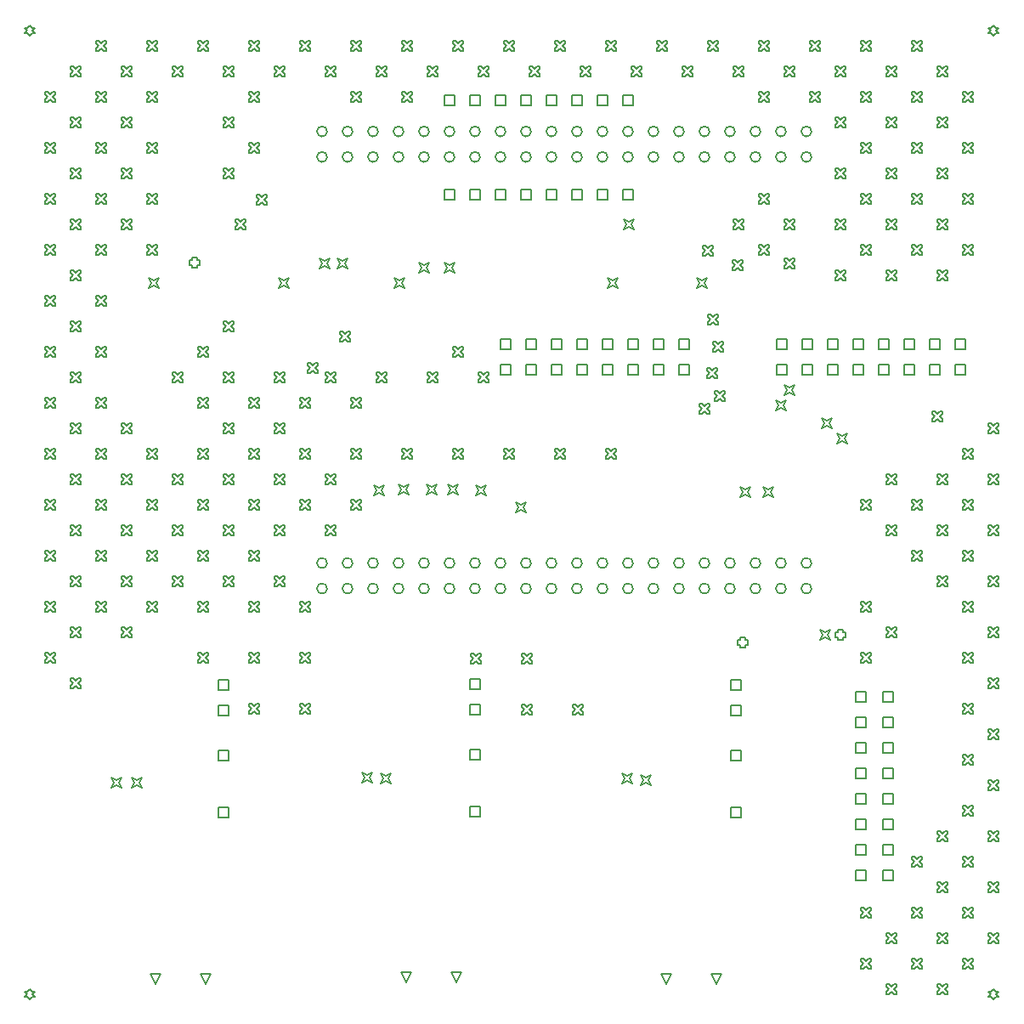
<source format=gbr>
G04 Layer_Color=2752767*
%FSLAX26Y26*%
%MOIN*%
%TF.FileFunction,Drawing*%
%TF.Part,Single*%
G01*
G75*
%TA.AperFunction,NonConductor*%
%ADD35C,0.005000*%
%ADD71C,0.006667*%
D35*
X3240000Y645000D02*
Y685000D01*
X3280000D01*
Y645000D01*
X3240000D01*
Y545000D02*
Y585000D01*
X3280000D01*
Y545000D01*
X3240000D01*
Y1145000D02*
Y1185000D01*
X3280000D01*
Y1145000D01*
X3240000D01*
Y1045000D02*
Y1085000D01*
X3280000D01*
Y1045000D01*
X3240000D01*
Y945000D02*
Y985000D01*
X3280000D01*
Y945000D01*
X3240000D01*
Y845000D02*
Y885000D01*
X3280000D01*
Y845000D01*
X3240000D01*
Y745000D02*
Y785000D01*
X3280000D01*
Y745000D01*
X3240000D01*
Y445000D02*
Y485000D01*
X3280000D01*
Y445000D01*
X3240000D01*
X3345000Y645000D02*
Y685000D01*
X3385000D01*
Y645000D01*
X3345000D01*
Y545000D02*
Y585000D01*
X3385000D01*
Y545000D01*
X3345000D01*
Y1145000D02*
Y1185000D01*
X3385000D01*
Y1145000D01*
X3345000D01*
Y1045000D02*
Y1085000D01*
X3385000D01*
Y1045000D01*
X3345000D01*
Y945000D02*
Y985000D01*
X3385000D01*
Y945000D01*
X3345000D01*
Y845000D02*
Y885000D01*
X3385000D01*
Y845000D01*
X3345000D01*
Y745000D02*
Y785000D01*
X3385000D01*
Y745000D01*
X3345000D01*
Y445000D02*
Y485000D01*
X3385000D01*
Y445000D01*
X3345000D01*
X2930001Y2530000D02*
Y2570000D01*
X2970001D01*
Y2530000D01*
X2930001D01*
X3230001D02*
Y2570000D01*
X3270001D01*
Y2530000D01*
X3230001D01*
X3330001D02*
Y2570000D01*
X3370001D01*
Y2530000D01*
X3330001D01*
X3430001D02*
Y2570000D01*
X3470001D01*
Y2530000D01*
X3430001D01*
X3530001D02*
Y2570000D01*
X3570001D01*
Y2530000D01*
X3530001D01*
X3630001D02*
Y2570000D01*
X3670001D01*
Y2530000D01*
X3630001D01*
X3030001D02*
Y2570000D01*
X3070001D01*
Y2530000D01*
X3030001D01*
X3130001D02*
Y2570000D01*
X3170001D01*
Y2530000D01*
X3130001D01*
X2930001Y2430000D02*
Y2470000D01*
X2970001D01*
Y2430000D01*
X2930001D01*
X3230001D02*
Y2470000D01*
X3270001D01*
Y2430000D01*
X3230001D01*
X3330001D02*
Y2470000D01*
X3370001D01*
Y2430000D01*
X3330001D01*
X3430001D02*
Y2470000D01*
X3470001D01*
Y2430000D01*
X3430001D01*
X3530001D02*
Y2470000D01*
X3570001D01*
Y2430000D01*
X3530001D01*
X3630001D02*
Y2470000D01*
X3670001D01*
Y2430000D01*
X3630001D01*
X3030001D02*
Y2470000D01*
X3070001D01*
Y2430000D01*
X3030001D01*
X3130001D02*
Y2470000D01*
X3170001D01*
Y2430000D01*
X3130001D01*
X1845001Y2530000D02*
Y2570000D01*
X1885001D01*
Y2530000D01*
X1845001D01*
X2145001D02*
Y2570000D01*
X2185001D01*
Y2530000D01*
X2145001D01*
X2245001D02*
Y2570000D01*
X2285001D01*
Y2530000D01*
X2245001D01*
X2345001D02*
Y2570000D01*
X2385001D01*
Y2530000D01*
X2345001D01*
X2445001D02*
Y2570000D01*
X2485001D01*
Y2530000D01*
X2445001D01*
X2545001D02*
Y2570000D01*
X2585001D01*
Y2530000D01*
X2545001D01*
X1945001D02*
Y2570000D01*
X1985001D01*
Y2530000D01*
X1945001D01*
X2045001D02*
Y2570000D01*
X2085001D01*
Y2530000D01*
X2045001D01*
X1845001Y2430000D02*
Y2470000D01*
X1885001D01*
Y2430000D01*
X1845001D01*
X2145001D02*
Y2470000D01*
X2185001D01*
Y2430000D01*
X2145001D01*
X2245001D02*
Y2470000D01*
X2285001D01*
Y2430000D01*
X2245001D01*
X2345001D02*
Y2470000D01*
X2385001D01*
Y2430000D01*
X2345001D01*
X2445001D02*
Y2470000D01*
X2485001D01*
Y2430000D01*
X2445001D01*
X2545001D02*
Y2470000D01*
X2585001D01*
Y2430000D01*
X2545001D01*
X1945001D02*
Y2470000D01*
X1985001D01*
Y2430000D01*
X1945001D01*
X2045001D02*
Y2470000D01*
X2085001D01*
Y2430000D01*
X2045001D01*
X1724370Y695591D02*
Y735591D01*
X1764370D01*
Y695591D01*
X1724370D01*
Y920000D02*
Y960000D01*
X1764370D01*
Y920000D01*
X1724370D01*
Y1095591D02*
Y1135591D01*
X1764370D01*
Y1095591D01*
X1724370D01*
Y1195591D02*
Y1235591D01*
X1764370D01*
Y1195591D01*
X1724370D01*
X740000Y690591D02*
Y730591D01*
X780000D01*
Y690591D01*
X740000D01*
Y915000D02*
Y955000D01*
X780000D01*
Y915000D01*
X740000D01*
Y1090591D02*
Y1130591D01*
X780000D01*
Y1090591D01*
X740000D01*
Y1190591D02*
Y1230591D01*
X780000D01*
Y1190591D01*
X740000D01*
X2693425Y40000D02*
X2673425Y80000D01*
X2713425D01*
X2693425Y40000D01*
X2496575D02*
X2476575Y80000D01*
X2516575D01*
X2496575Y40000D01*
X2750000Y690591D02*
Y730591D01*
X2790000D01*
Y690591D01*
X2750000D01*
Y915000D02*
Y955000D01*
X2790000D01*
Y915000D01*
X2750000D01*
Y1090591D02*
Y1130591D01*
X2790000D01*
Y1090591D01*
X2750000D01*
Y1190591D02*
Y1230591D01*
X2790000D01*
Y1190591D01*
X2750000D01*
X1672795Y45000D02*
X1652795Y85000D01*
X1692795D01*
X1672795Y45000D01*
X1475945D02*
X1455945Y85000D01*
X1495945D01*
X1475945Y45000D01*
X688425Y40000D02*
X668425Y80000D01*
X708425D01*
X688425Y40000D01*
X491575D02*
X471575Y80000D01*
X511575D01*
X491575Y40000D01*
X3779527Y3759528D02*
X3789527Y3769528D01*
X3799527D01*
X3789527Y3779528D01*
X3799527Y3789528D01*
X3789527D01*
X3779527Y3799528D01*
X3769527Y3789528D01*
X3759527D01*
X3769527Y3779528D01*
X3759527Y3769528D01*
X3769527D01*
X3779527Y3759528D01*
Y-20000D02*
X3789527Y-10000D01*
X3799527D01*
X3789527Y-0D01*
X3799527Y10000D01*
X3789527D01*
X3779527Y20000D01*
X3769527Y10000D01*
X3759527D01*
X3769527Y-0D01*
X3759527Y-10000D01*
X3769527D01*
X3779527Y-20000D01*
X1Y3759528D02*
X10001Y3769528D01*
X20001D01*
X10001Y3779528D01*
X20001Y3789528D01*
X10001D01*
X1Y3799528D01*
X-9999Y3789528D01*
X-19999D01*
X-9999Y3779528D01*
X-19999Y3769528D01*
X-9999D01*
X1Y3759528D01*
Y-20000D02*
X10001Y-10000D01*
X20001D01*
X10001Y-0D01*
X20001Y10000D01*
X10001D01*
X1Y20000D01*
X-9999Y10000D01*
X-19999D01*
X-9999Y-0D01*
X-19999Y-10000D01*
X-9999D01*
X1Y-20000D01*
X1825000Y3115000D02*
Y3155000D01*
X1865000D01*
Y3115000D01*
X1825000D01*
X1725000D02*
Y3155000D01*
X1765000D01*
Y3115000D01*
X1725000D01*
X2325000D02*
Y3155000D01*
X2365000D01*
Y3115000D01*
X2325000D01*
X2225000D02*
Y3155000D01*
X2265000D01*
Y3115000D01*
X2225000D01*
X2125000D02*
Y3155000D01*
X2165000D01*
Y3115000D01*
X2125000D01*
X2025000D02*
Y3155000D01*
X2065000D01*
Y3115000D01*
X2025000D01*
X1925000D02*
Y3155000D01*
X1965000D01*
Y3115000D01*
X1925000D01*
X1625000D02*
Y3155000D01*
X1665000D01*
Y3115000D01*
X1625000D01*
X1825000Y3485000D02*
Y3525000D01*
X1865000D01*
Y3485000D01*
X1825000D01*
X1725000D02*
Y3525000D01*
X1765000D01*
Y3485000D01*
X1725000D01*
X2325000D02*
Y3525000D01*
X2365000D01*
Y3485000D01*
X2325000D01*
X2225000D02*
Y3525000D01*
X2265000D01*
Y3485000D01*
X2225000D01*
X2125000D02*
Y3525000D01*
X2165000D01*
Y3485000D01*
X2125000D01*
X2025000D02*
Y3525000D01*
X2065000D01*
Y3485000D01*
X2025000D01*
X1925000D02*
Y3525000D01*
X1965000D01*
Y3485000D01*
X1925000D01*
X1625000D02*
Y3525000D01*
X1665000D01*
Y3485000D01*
X1625000D01*
X2615000Y2770000D02*
X2625000Y2790000D01*
X2615000Y2810000D01*
X2635000Y2800000D01*
X2655000Y2810000D01*
X2645000Y2790000D01*
X2655000Y2770000D01*
X2635000Y2780000D01*
X2615000Y2770000D01*
X2265000D02*
X2275000Y2790000D01*
X2265000Y2810000D01*
X2285000Y2800000D01*
X2305000Y2810000D01*
X2295000Y2790000D01*
X2305000Y2770000D01*
X2285000Y2780000D01*
X2265000Y2770000D01*
X465000D02*
X475000Y2790000D01*
X465000Y2810000D01*
X485000Y2800000D01*
X505000Y2810000D01*
X495000Y2790000D01*
X505000Y2770000D01*
X485000Y2780000D01*
X465000Y2770000D01*
X1430000D02*
X1440000Y2790000D01*
X1430000Y2810000D01*
X1450000Y2800000D01*
X1470000Y2810000D01*
X1460000Y2790000D01*
X1470000Y2770000D01*
X1450000Y2780000D01*
X1430000Y2770000D01*
X975000D02*
X985000Y2790000D01*
X975000Y2810000D01*
X995000Y2800000D01*
X1015000Y2810000D01*
X1005000Y2790000D01*
X1015000Y2770000D01*
X995000Y2780000D01*
X975000Y2770000D01*
X1625000Y2830000D02*
X1635000Y2850000D01*
X1625000Y2870000D01*
X1645000Y2860000D01*
X1665000Y2870000D01*
X1655000Y2850000D01*
X1665000Y2830000D01*
X1645000Y2840000D01*
X1625000Y2830000D01*
X1135000Y2845000D02*
X1145000Y2865000D01*
X1135000Y2885000D01*
X1155000Y2875000D01*
X1175000Y2885000D01*
X1165000Y2865000D01*
X1175000Y2845000D01*
X1155000Y2855000D01*
X1135000Y2845000D01*
X635000Y2860000D02*
Y2850000D01*
X655000D01*
Y2860000D01*
X665000D01*
Y2880000D01*
X655000D01*
Y2890000D01*
X635000D01*
Y2880000D01*
X625000D01*
Y2860000D01*
X635000D01*
X2875000Y1950000D02*
X2885000Y1970000D01*
X2875000Y1990000D01*
X2895000Y1980000D01*
X2915000Y1990000D01*
X2905000Y1970000D01*
X2915000Y1950000D01*
X2895000Y1960000D01*
X2875000Y1950000D01*
X2785000D02*
X2795000Y1970000D01*
X2785000Y1990000D01*
X2805000Y1980000D01*
X2825000Y1990000D01*
X2815000Y1970000D01*
X2825000Y1950000D01*
X2805000Y1960000D01*
X2785000Y1950000D01*
Y1370000D02*
Y1360000D01*
X2805000D01*
Y1370000D01*
X2815000D01*
Y1390000D01*
X2805000D01*
Y1400000D01*
X2785000D01*
Y1390000D01*
X2775000D01*
Y1370000D01*
X2785000D01*
X1905000Y1890000D02*
X1915000Y1910000D01*
X1905000Y1930000D01*
X1925000Y1920000D01*
X1945000Y1930000D01*
X1935000Y1910000D01*
X1945000Y1890000D01*
X1925000Y1900000D01*
X1905000Y1890000D01*
X1640000Y1960000D02*
X1650000Y1980000D01*
X1640000Y2000000D01*
X1660000Y1990000D01*
X1680000Y2000000D01*
X1670000Y1980000D01*
X1680000Y1960000D01*
X1660000Y1970000D01*
X1640000Y1960000D01*
X1445000D02*
X1455000Y1980000D01*
X1445000Y2000000D01*
X1465000Y1990000D01*
X1485000Y2000000D01*
X1475000Y1980000D01*
X1485000Y1960000D01*
X1465000Y1970000D01*
X1445000Y1960000D01*
X1350000Y1955000D02*
X1360000Y1975000D01*
X1350000Y1995000D01*
X1370000Y1985000D01*
X1390000Y1995000D01*
X1380000Y1975000D01*
X1390000Y1955000D01*
X1370000Y1965000D01*
X1350000Y1955000D01*
X1555000Y1960000D02*
X1565000Y1980000D01*
X1555000Y2000000D01*
X1575000Y1990000D01*
X1595000Y2000000D01*
X1585000Y1980000D01*
X1595000Y1960000D01*
X1575000Y1970000D01*
X1555000Y1960000D01*
X1750000Y1955000D02*
X1760000Y1975000D01*
X1750000Y1995000D01*
X1770000Y1985000D01*
X1790000Y1995000D01*
X1780000Y1975000D01*
X1790000Y1955000D01*
X1770000Y1965000D01*
X1750000Y1955000D01*
X1090000Y2435000D02*
X1100000D01*
X1110000Y2445000D01*
X1120000Y2435000D01*
X1130000D01*
Y2445000D01*
X1120000Y2455000D01*
X1130000Y2465000D01*
Y2475000D01*
X1120000D01*
X1110000Y2465000D01*
X1100000Y2475000D01*
X1090000D01*
Y2465000D01*
X1100000Y2455000D01*
X1090000Y2445000D01*
Y2435000D01*
X320000Y810000D02*
X330000Y830000D01*
X320000Y850000D01*
X340000Y840000D01*
X360000Y850000D01*
X350000Y830000D01*
X360000Y810000D01*
X340000Y820000D01*
X320000Y810000D01*
X400000D02*
X410000Y830000D01*
X400000Y850000D01*
X420000Y840000D01*
X440000Y850000D01*
X430000Y830000D01*
X440000Y810000D01*
X420000Y820000D01*
X400000Y810000D01*
X1300437Y828933D02*
X1310437Y848933D01*
X1300437Y868933D01*
X1320437Y858933D01*
X1340437Y868933D01*
X1330437Y848933D01*
X1340437Y828933D01*
X1320437Y838933D01*
X1300437Y828933D01*
X1374370Y825000D02*
X1384370Y845000D01*
X1374370Y865000D01*
X1394370Y855000D01*
X1414370Y865000D01*
X1404370Y845000D01*
X1414370Y825000D01*
X1394370Y835000D01*
X1374370Y825000D01*
X2395000Y820000D02*
X2405000Y840000D01*
X2395000Y860000D01*
X2415000Y850000D01*
X2435000Y860000D01*
X2425000Y840000D01*
X2435000Y820000D01*
X2415000Y830000D01*
X2395000Y820000D01*
X2321067Y823933D02*
X2331067Y843933D01*
X2321067Y863933D01*
X2341067Y853933D01*
X2361067Y863933D01*
X2351067Y843933D01*
X2361067Y823933D01*
X2341067Y833933D01*
X2321067Y823933D01*
X3170000Y1400000D02*
Y1390000D01*
X3190000D01*
Y1400000D01*
X3200000D01*
Y1420000D01*
X3190000D01*
Y1430000D01*
X3170000D01*
Y1420000D01*
X3160000D01*
Y1400000D01*
X3170000D01*
X3100000Y1390000D02*
X3110000Y1410000D01*
X3100000Y1430000D01*
X3120000Y1420000D01*
X3140000Y1430000D01*
X3130000Y1410000D01*
X3140000Y1390000D01*
X3120000Y1400000D01*
X3100000Y1390000D01*
X3165000Y2160000D02*
X3175000Y2180000D01*
X3165000Y2200000D01*
X3185000Y2190000D01*
X3205000Y2200000D01*
X3195000Y2180000D01*
X3205000Y2160000D01*
X3185000Y2170000D01*
X3165000Y2160000D01*
X3105000Y2220000D02*
X3115000Y2240000D01*
X3105000Y2260000D01*
X3125000Y2250000D01*
X3145000Y2260000D01*
X3135000Y2240000D01*
X3145000Y2220000D01*
X3125000Y2230000D01*
X3105000Y2220000D01*
X2925000Y2290000D02*
X2935000Y2310000D01*
X2925000Y2330000D01*
X2945000Y2320000D01*
X2965000Y2330000D01*
X2955000Y2310000D01*
X2965000Y2290000D01*
X2945000Y2300000D01*
X2925000Y2290000D01*
X2960000Y2350000D02*
X2970000Y2370000D01*
X2960000Y2390000D01*
X2980000Y2380000D01*
X3000000Y2390000D01*
X2990000Y2370000D01*
X3000000Y2350000D01*
X2980000Y2360000D01*
X2960000Y2350000D01*
X1525000Y2830000D02*
X1535000Y2850000D01*
X1525000Y2870000D01*
X1545000Y2860000D01*
X1565000Y2870000D01*
X1555000Y2850000D01*
X1565000Y2830000D01*
X1545000Y2840000D01*
X1525000Y2830000D01*
X1205000Y2845000D02*
X1215000Y2865000D01*
X1205000Y2885000D01*
X1225000Y2875000D01*
X1245000Y2885000D01*
X1235000Y2865000D01*
X1245000Y2845000D01*
X1225000Y2855000D01*
X1205000Y2845000D01*
X460000Y3700000D02*
X470000D01*
X480000Y3710000D01*
X490000Y3700000D01*
X500000D01*
Y3710000D01*
X490000Y3720000D01*
X500000Y3730000D01*
Y3740000D01*
X490000D01*
X480000Y3730000D01*
X470000Y3740000D01*
X460000D01*
Y3730000D01*
X470000Y3720000D01*
X460000Y3710000D01*
Y3700000D01*
X360000Y3600000D02*
X370000D01*
X380000Y3610000D01*
X390000Y3600000D01*
X400000D01*
Y3610000D01*
X390000Y3620000D01*
X400000Y3630000D01*
Y3640000D01*
X390000D01*
X380000Y3630000D01*
X370000Y3640000D01*
X360000D01*
Y3630000D01*
X370000Y3620000D01*
X360000Y3610000D01*
Y3600000D01*
X260000Y3700000D02*
X270000D01*
X280000Y3710000D01*
X290000Y3700000D01*
X300000D01*
Y3710000D01*
X290000Y3720000D01*
X300000Y3730000D01*
Y3740000D01*
X290000D01*
X280000Y3730000D01*
X270000Y3740000D01*
X260000D01*
Y3730000D01*
X270000Y3720000D01*
X260000Y3710000D01*
Y3700000D01*
X160000Y3600000D02*
X170000D01*
X180000Y3610000D01*
X190000Y3600000D01*
X200000D01*
Y3610000D01*
X190000Y3620000D01*
X200000Y3630000D01*
Y3640000D01*
X190000D01*
X180000Y3630000D01*
X170000Y3640000D01*
X160000D01*
Y3630000D01*
X170000Y3620000D01*
X160000Y3610000D01*
Y3600000D01*
X560000D02*
X570000D01*
X580000Y3610000D01*
X590000Y3600000D01*
X600000D01*
Y3610000D01*
X590000Y3620000D01*
X600000Y3630000D01*
Y3640000D01*
X590000D01*
X580000Y3630000D01*
X570000Y3640000D01*
X560000D01*
Y3630000D01*
X570000Y3620000D01*
X560000Y3610000D01*
Y3600000D01*
X660000Y3700000D02*
X670000D01*
X680000Y3710000D01*
X690000Y3700000D01*
X700000D01*
Y3710000D01*
X690000Y3720000D01*
X700000Y3730000D01*
Y3740000D01*
X690000D01*
X680000Y3730000D01*
X670000Y3740000D01*
X660000D01*
Y3730000D01*
X670000Y3720000D01*
X660000Y3710000D01*
Y3700000D01*
X760000Y3600000D02*
X770000D01*
X780000Y3610000D01*
X790000Y3600000D01*
X800000D01*
Y3610000D01*
X790000Y3620000D01*
X800000Y3630000D01*
Y3640000D01*
X790000D01*
X780000Y3630000D01*
X770000Y3640000D01*
X760000D01*
Y3630000D01*
X770000Y3620000D01*
X760000Y3610000D01*
Y3600000D01*
X860000Y3700000D02*
X870000D01*
X880000Y3710000D01*
X890000Y3700000D01*
X900000D01*
Y3710000D01*
X890000Y3720000D01*
X900000Y3730000D01*
Y3740000D01*
X890000D01*
X880000Y3730000D01*
X870000Y3740000D01*
X860000D01*
Y3730000D01*
X870000Y3720000D01*
X860000Y3710000D01*
Y3700000D01*
X960000Y3600000D02*
X970000D01*
X980000Y3610000D01*
X990000Y3600000D01*
X1000000D01*
Y3610000D01*
X990000Y3620000D01*
X1000000Y3630000D01*
Y3640000D01*
X990000D01*
X980000Y3630000D01*
X970000Y3640000D01*
X960000D01*
Y3630000D01*
X970000Y3620000D01*
X960000Y3610000D01*
Y3600000D01*
X1060000Y3700000D02*
X1070000D01*
X1080000Y3710000D01*
X1090000Y3700000D01*
X1100000D01*
Y3710000D01*
X1090000Y3720000D01*
X1100000Y3730000D01*
Y3740000D01*
X1090000D01*
X1080000Y3730000D01*
X1070000Y3740000D01*
X1060000D01*
Y3730000D01*
X1070000Y3720000D01*
X1060000Y3710000D01*
Y3700000D01*
X1160000Y3600000D02*
X1170000D01*
X1180000Y3610000D01*
X1190000Y3600000D01*
X1200000D01*
Y3610000D01*
X1190000Y3620000D01*
X1200000Y3630000D01*
Y3640000D01*
X1190000D01*
X1180000Y3630000D01*
X1170000Y3640000D01*
X1160000D01*
Y3630000D01*
X1170000Y3620000D01*
X1160000Y3610000D01*
Y3600000D01*
X1260000Y3700000D02*
X1270000D01*
X1280000Y3710000D01*
X1290000Y3700000D01*
X1300000D01*
Y3710000D01*
X1290000Y3720000D01*
X1300000Y3730000D01*
Y3740000D01*
X1290000D01*
X1280000Y3730000D01*
X1270000Y3740000D01*
X1260000D01*
Y3730000D01*
X1270000Y3720000D01*
X1260000Y3710000D01*
Y3700000D01*
X1360000Y3600000D02*
X1370000D01*
X1380000Y3610000D01*
X1390000Y3600000D01*
X1400000D01*
Y3610000D01*
X1390000Y3620000D01*
X1400000Y3630000D01*
Y3640000D01*
X1390000D01*
X1380000Y3630000D01*
X1370000Y3640000D01*
X1360000D01*
Y3630000D01*
X1370000Y3620000D01*
X1360000Y3610000D01*
Y3600000D01*
X1460000Y3700000D02*
X1470000D01*
X1480000Y3710000D01*
X1490000Y3700000D01*
X1500000D01*
Y3710000D01*
X1490000Y3720000D01*
X1500000Y3730000D01*
Y3740000D01*
X1490000D01*
X1480000Y3730000D01*
X1470000Y3740000D01*
X1460000D01*
Y3730000D01*
X1470000Y3720000D01*
X1460000Y3710000D01*
Y3700000D01*
X1560000Y3600000D02*
X1570000D01*
X1580000Y3610000D01*
X1590000Y3600000D01*
X1600000D01*
Y3610000D01*
X1590000Y3620000D01*
X1600000Y3630000D01*
Y3640000D01*
X1590000D01*
X1580000Y3630000D01*
X1570000Y3640000D01*
X1560000D01*
Y3630000D01*
X1570000Y3620000D01*
X1560000Y3610000D01*
Y3600000D01*
X1660000Y3700000D02*
X1670000D01*
X1680000Y3710000D01*
X1690000Y3700000D01*
X1700000D01*
Y3710000D01*
X1690000Y3720000D01*
X1700000Y3730000D01*
Y3740000D01*
X1690000D01*
X1680000Y3730000D01*
X1670000Y3740000D01*
X1660000D01*
Y3730000D01*
X1670000Y3720000D01*
X1660000Y3710000D01*
Y3700000D01*
X1760000Y3600000D02*
X1770000D01*
X1780000Y3610000D01*
X1790000Y3600000D01*
X1800000D01*
Y3610000D01*
X1790000Y3620000D01*
X1800000Y3630000D01*
Y3640000D01*
X1790000D01*
X1780000Y3630000D01*
X1770000Y3640000D01*
X1760000D01*
Y3630000D01*
X1770000Y3620000D01*
X1760000Y3610000D01*
Y3600000D01*
X1860000Y3700000D02*
X1870000D01*
X1880000Y3710000D01*
X1890000Y3700000D01*
X1900000D01*
Y3710000D01*
X1890000Y3720000D01*
X1900000Y3730000D01*
Y3740000D01*
X1890000D01*
X1880000Y3730000D01*
X1870000Y3740000D01*
X1860000D01*
Y3730000D01*
X1870000Y3720000D01*
X1860000Y3710000D01*
Y3700000D01*
X1960000Y3600000D02*
X1970000D01*
X1980000Y3610000D01*
X1990000Y3600000D01*
X2000000D01*
Y3610000D01*
X1990000Y3620000D01*
X2000000Y3630000D01*
Y3640000D01*
X1990000D01*
X1980000Y3630000D01*
X1970000Y3640000D01*
X1960000D01*
Y3630000D01*
X1970000Y3620000D01*
X1960000Y3610000D01*
Y3600000D01*
X2060000Y3700000D02*
X2070000D01*
X2080000Y3710000D01*
X2090000Y3700000D01*
X2100000D01*
Y3710000D01*
X2090000Y3720000D01*
X2100000Y3730000D01*
Y3740000D01*
X2090000D01*
X2080000Y3730000D01*
X2070000Y3740000D01*
X2060000D01*
Y3730000D01*
X2070000Y3720000D01*
X2060000Y3710000D01*
Y3700000D01*
X2160000Y3600000D02*
X2170000D01*
X2180000Y3610000D01*
X2190000Y3600000D01*
X2200000D01*
Y3610000D01*
X2190000Y3620000D01*
X2200000Y3630000D01*
Y3640000D01*
X2190000D01*
X2180000Y3630000D01*
X2170000Y3640000D01*
X2160000D01*
Y3630000D01*
X2170000Y3620000D01*
X2160000Y3610000D01*
Y3600000D01*
X2260000Y3700000D02*
X2270000D01*
X2280000Y3710000D01*
X2290000Y3700000D01*
X2300000D01*
Y3710000D01*
X2290000Y3720000D01*
X2300000Y3730000D01*
Y3740000D01*
X2290000D01*
X2280000Y3730000D01*
X2270000Y3740000D01*
X2260000D01*
Y3730000D01*
X2270000Y3720000D01*
X2260000Y3710000D01*
Y3700000D01*
X2360000Y3600000D02*
X2370000D01*
X2380000Y3610000D01*
X2390000Y3600000D01*
X2400000D01*
Y3610000D01*
X2390000Y3620000D01*
X2400000Y3630000D01*
Y3640000D01*
X2390000D01*
X2380000Y3630000D01*
X2370000Y3640000D01*
X2360000D01*
Y3630000D01*
X2370000Y3620000D01*
X2360000Y3610000D01*
Y3600000D01*
X2460000Y3700000D02*
X2470000D01*
X2480000Y3710000D01*
X2490000Y3700000D01*
X2500000D01*
Y3710000D01*
X2490000Y3720000D01*
X2500000Y3730000D01*
Y3740000D01*
X2490000D01*
X2480000Y3730000D01*
X2470000Y3740000D01*
X2460000D01*
Y3730000D01*
X2470000Y3720000D01*
X2460000Y3710000D01*
Y3700000D01*
X2560000Y3600000D02*
X2570000D01*
X2580000Y3610000D01*
X2590000Y3600000D01*
X2600000D01*
Y3610000D01*
X2590000Y3620000D01*
X2600000Y3630000D01*
Y3640000D01*
X2590000D01*
X2580000Y3630000D01*
X2570000Y3640000D01*
X2560000D01*
Y3630000D01*
X2570000Y3620000D01*
X2560000Y3610000D01*
Y3600000D01*
X2660000Y3700000D02*
X2670000D01*
X2680000Y3710000D01*
X2690000Y3700000D01*
X2700000D01*
Y3710000D01*
X2690000Y3720000D01*
X2700000Y3730000D01*
Y3740000D01*
X2690000D01*
X2680000Y3730000D01*
X2670000Y3740000D01*
X2660000D01*
Y3730000D01*
X2670000Y3720000D01*
X2660000Y3710000D01*
Y3700000D01*
X2760000Y3600000D02*
X2770000D01*
X2780000Y3610000D01*
X2790000Y3600000D01*
X2800000D01*
Y3610000D01*
X2790000Y3620000D01*
X2800000Y3630000D01*
Y3640000D01*
X2790000D01*
X2780000Y3630000D01*
X2770000Y3640000D01*
X2760000D01*
Y3630000D01*
X2770000Y3620000D01*
X2760000Y3610000D01*
Y3600000D01*
X2860000Y3700000D02*
X2870000D01*
X2880000Y3710000D01*
X2890000Y3700000D01*
X2900000D01*
Y3710000D01*
X2890000Y3720000D01*
X2900000Y3730000D01*
Y3740000D01*
X2890000D01*
X2880000Y3730000D01*
X2870000Y3740000D01*
X2860000D01*
Y3730000D01*
X2870000Y3720000D01*
X2860000Y3710000D01*
Y3700000D01*
X2960000Y3600000D02*
X2970000D01*
X2980000Y3610000D01*
X2990000Y3600000D01*
X3000000D01*
Y3610000D01*
X2990000Y3620000D01*
X3000000Y3630000D01*
Y3640000D01*
X2990000D01*
X2980000Y3630000D01*
X2970000Y3640000D01*
X2960000D01*
Y3630000D01*
X2970000Y3620000D01*
X2960000Y3610000D01*
Y3600000D01*
X3060000Y3700000D02*
X3070000D01*
X3080000Y3710000D01*
X3090000Y3700000D01*
X3100000D01*
Y3710000D01*
X3090000Y3720000D01*
X3100000Y3730000D01*
Y3740000D01*
X3090000D01*
X3080000Y3730000D01*
X3070000Y3740000D01*
X3060000D01*
Y3730000D01*
X3070000Y3720000D01*
X3060000Y3710000D01*
Y3700000D01*
X3160000Y3600000D02*
X3170000D01*
X3180000Y3610000D01*
X3190000Y3600000D01*
X3200000D01*
Y3610000D01*
X3190000Y3620000D01*
X3200000Y3630000D01*
Y3640000D01*
X3190000D01*
X3180000Y3630000D01*
X3170000Y3640000D01*
X3160000D01*
Y3630000D01*
X3170000Y3620000D01*
X3160000Y3610000D01*
Y3600000D01*
X3260000Y3700000D02*
X3270000D01*
X3280000Y3710000D01*
X3290000Y3700000D01*
X3300000D01*
Y3710000D01*
X3290000Y3720000D01*
X3300000Y3730000D01*
Y3740000D01*
X3290000D01*
X3280000Y3730000D01*
X3270000Y3740000D01*
X3260000D01*
Y3730000D01*
X3270000Y3720000D01*
X3260000Y3710000D01*
Y3700000D01*
X3360000Y3600000D02*
X3370000D01*
X3380000Y3610000D01*
X3390000Y3600000D01*
X3400000D01*
Y3610000D01*
X3390000Y3620000D01*
X3400000Y3630000D01*
Y3640000D01*
X3390000D01*
X3380000Y3630000D01*
X3370000Y3640000D01*
X3360000D01*
Y3630000D01*
X3370000Y3620000D01*
X3360000Y3610000D01*
Y3600000D01*
X3460000Y3700000D02*
X3470000D01*
X3480000Y3710000D01*
X3490000Y3700000D01*
X3500000D01*
Y3710000D01*
X3490000Y3720000D01*
X3500000Y3730000D01*
Y3740000D01*
X3490000D01*
X3480000Y3730000D01*
X3470000Y3740000D01*
X3460000D01*
Y3730000D01*
X3470000Y3720000D01*
X3460000Y3710000D01*
Y3700000D01*
X460000Y3500000D02*
X470000D01*
X480000Y3510000D01*
X490000Y3500000D01*
X500000D01*
Y3510000D01*
X490000Y3520000D01*
X500000Y3530000D01*
Y3540000D01*
X490000D01*
X480000Y3530000D01*
X470000Y3540000D01*
X460000D01*
Y3530000D01*
X470000Y3520000D01*
X460000Y3510000D01*
Y3500000D01*
X60000D02*
X70000D01*
X80000Y3510000D01*
X90000Y3500000D01*
X100000D01*
Y3510000D01*
X90000Y3520000D01*
X100000Y3530000D01*
Y3540000D01*
X90000D01*
X80000Y3530000D01*
X70000Y3540000D01*
X60000D01*
Y3530000D01*
X70000Y3520000D01*
X60000Y3510000D01*
Y3500000D01*
X260000D02*
X270000D01*
X280000Y3510000D01*
X290000Y3500000D01*
X300000D01*
Y3510000D01*
X290000Y3520000D01*
X300000Y3530000D01*
Y3540000D01*
X290000D01*
X280000Y3530000D01*
X270000Y3540000D01*
X260000D01*
Y3530000D01*
X270000Y3520000D01*
X260000Y3510000D01*
Y3500000D01*
X360000Y3400000D02*
X370000D01*
X380000Y3410000D01*
X390000Y3400000D01*
X400000D01*
Y3410000D01*
X390000Y3420000D01*
X400000Y3430000D01*
Y3440000D01*
X390000D01*
X380000Y3430000D01*
X370000Y3440000D01*
X360000D01*
Y3430000D01*
X370000Y3420000D01*
X360000Y3410000D01*
Y3400000D01*
X160000D02*
X170000D01*
X180000Y3410000D01*
X190000Y3400000D01*
X200000D01*
Y3410000D01*
X190000Y3420000D01*
X200000Y3430000D01*
Y3440000D01*
X190000D01*
X180000Y3430000D01*
X170000Y3440000D01*
X160000D01*
Y3430000D01*
X170000Y3420000D01*
X160000Y3410000D01*
Y3400000D01*
Y3200000D02*
X170000D01*
X180000Y3210000D01*
X190000Y3200000D01*
X200000D01*
Y3210000D01*
X190000Y3220000D01*
X200000Y3230000D01*
Y3240000D01*
X190000D01*
X180000Y3230000D01*
X170000Y3240000D01*
X160000D01*
Y3230000D01*
X170000Y3220000D01*
X160000Y3210000D01*
Y3200000D01*
X360000D02*
X370000D01*
X380000Y3210000D01*
X390000Y3200000D01*
X400000D01*
Y3210000D01*
X390000Y3220000D01*
X400000Y3230000D01*
Y3240000D01*
X390000D01*
X380000Y3230000D01*
X370000Y3240000D01*
X360000D01*
Y3230000D01*
X370000Y3220000D01*
X360000Y3210000D01*
Y3200000D01*
X260000Y3300000D02*
X270000D01*
X280000Y3310000D01*
X290000Y3300000D01*
X300000D01*
Y3310000D01*
X290000Y3320000D01*
X300000Y3330000D01*
Y3340000D01*
X290000D01*
X280000Y3330000D01*
X270000Y3340000D01*
X260000D01*
Y3330000D01*
X270000Y3320000D01*
X260000Y3310000D01*
Y3300000D01*
X60000D02*
X70000D01*
X80000Y3310000D01*
X90000Y3300000D01*
X100000D01*
Y3310000D01*
X90000Y3320000D01*
X100000Y3330000D01*
Y3340000D01*
X90000D01*
X80000Y3330000D01*
X70000Y3340000D01*
X60000D01*
Y3330000D01*
X70000Y3320000D01*
X60000Y3310000D01*
Y3300000D01*
X460000D02*
X470000D01*
X480000Y3310000D01*
X490000Y3300000D01*
X500000D01*
Y3310000D01*
X490000Y3320000D01*
X500000Y3330000D01*
Y3340000D01*
X490000D01*
X480000Y3330000D01*
X470000Y3340000D01*
X460000D01*
Y3330000D01*
X470000Y3320000D01*
X460000Y3310000D01*
Y3300000D01*
X160000Y3000000D02*
X170000D01*
X180000Y3010000D01*
X190000Y3000000D01*
X200000D01*
Y3010000D01*
X190000Y3020000D01*
X200000Y3030000D01*
Y3040000D01*
X190000D01*
X180000Y3030000D01*
X170000Y3040000D01*
X160000D01*
Y3030000D01*
X170000Y3020000D01*
X160000Y3010000D01*
Y3000000D01*
X360000D02*
X370000D01*
X380000Y3010000D01*
X390000Y3000000D01*
X400000D01*
Y3010000D01*
X390000Y3020000D01*
X400000Y3030000D01*
Y3040000D01*
X390000D01*
X380000Y3030000D01*
X370000Y3040000D01*
X360000D01*
Y3030000D01*
X370000Y3020000D01*
X360000Y3010000D01*
Y3000000D01*
X260000Y3100000D02*
X270000D01*
X280000Y3110000D01*
X290000Y3100000D01*
X300000D01*
Y3110000D01*
X290000Y3120000D01*
X300000Y3130000D01*
Y3140000D01*
X290000D01*
X280000Y3130000D01*
X270000Y3140000D01*
X260000D01*
Y3130000D01*
X270000Y3120000D01*
X260000Y3110000D01*
Y3100000D01*
X60000D02*
X70000D01*
X80000Y3110000D01*
X90000Y3100000D01*
X100000D01*
Y3110000D01*
X90000Y3120000D01*
X100000Y3130000D01*
Y3140000D01*
X90000D01*
X80000Y3130000D01*
X70000Y3140000D01*
X60000D01*
Y3130000D01*
X70000Y3120000D01*
X60000Y3110000D01*
Y3100000D01*
X460000D02*
X470000D01*
X480000Y3110000D01*
X490000Y3100000D01*
X500000D01*
Y3110000D01*
X490000Y3120000D01*
X500000Y3130000D01*
Y3140000D01*
X490000D01*
X480000Y3130000D01*
X470000Y3140000D01*
X460000D01*
Y3130000D01*
X470000Y3120000D01*
X460000Y3110000D01*
Y3100000D01*
X160000Y2800000D02*
X170000D01*
X180000Y2810000D01*
X190000Y2800000D01*
X200000D01*
Y2810000D01*
X190000Y2820000D01*
X200000Y2830000D01*
Y2840000D01*
X190000D01*
X180000Y2830000D01*
X170000Y2840000D01*
X160000D01*
Y2830000D01*
X170000Y2820000D01*
X160000Y2810000D01*
Y2800000D01*
X260000Y2900000D02*
X270000D01*
X280000Y2910000D01*
X290000Y2900000D01*
X300000D01*
Y2910000D01*
X290000Y2920000D01*
X300000Y2930000D01*
Y2940000D01*
X290000D01*
X280000Y2930000D01*
X270000Y2940000D01*
X260000D01*
Y2930000D01*
X270000Y2920000D01*
X260000Y2910000D01*
Y2900000D01*
X60000D02*
X70000D01*
X80000Y2910000D01*
X90000Y2900000D01*
X100000D01*
Y2910000D01*
X90000Y2920000D01*
X100000Y2930000D01*
Y2940000D01*
X90000D01*
X80000Y2930000D01*
X70000Y2940000D01*
X60000D01*
Y2930000D01*
X70000Y2920000D01*
X60000Y2910000D01*
Y2900000D01*
X460000D02*
X470000D01*
X480000Y2910000D01*
X490000Y2900000D01*
X500000D01*
Y2910000D01*
X490000Y2920000D01*
X500000Y2930000D01*
Y2940000D01*
X490000D01*
X480000Y2930000D01*
X470000Y2940000D01*
X460000D01*
Y2930000D01*
X470000Y2920000D01*
X460000Y2910000D01*
Y2900000D01*
X160000Y2600000D02*
X170000D01*
X180000Y2610000D01*
X190000Y2600000D01*
X200000D01*
Y2610000D01*
X190000Y2620000D01*
X200000Y2630000D01*
Y2640000D01*
X190000D01*
X180000Y2630000D01*
X170000Y2640000D01*
X160000D01*
Y2630000D01*
X170000Y2620000D01*
X160000Y2610000D01*
Y2600000D01*
X260000Y2700000D02*
X270000D01*
X280000Y2710000D01*
X290000Y2700000D01*
X300000D01*
Y2710000D01*
X290000Y2720000D01*
X300000Y2730000D01*
Y2740000D01*
X290000D01*
X280000Y2730000D01*
X270000Y2740000D01*
X260000D01*
Y2730000D01*
X270000Y2720000D01*
X260000Y2710000D01*
Y2700000D01*
X60000D02*
X70000D01*
X80000Y2710000D01*
X90000Y2700000D01*
X100000D01*
Y2710000D01*
X90000Y2720000D01*
X100000Y2730000D01*
Y2740000D01*
X90000D01*
X80000Y2730000D01*
X70000Y2740000D01*
X60000D01*
Y2730000D01*
X70000Y2720000D01*
X60000Y2710000D01*
Y2700000D01*
X160000Y2400000D02*
X170000D01*
X180000Y2410000D01*
X190000Y2400000D01*
X200000D01*
Y2410000D01*
X190000Y2420000D01*
X200000Y2430000D01*
Y2440000D01*
X190000D01*
X180000Y2430000D01*
X170000Y2440000D01*
X160000D01*
Y2430000D01*
X170000Y2420000D01*
X160000Y2410000D01*
Y2400000D01*
X260000Y2500000D02*
X270000D01*
X280000Y2510000D01*
X290000Y2500000D01*
X300000D01*
Y2510000D01*
X290000Y2520000D01*
X300000Y2530000D01*
Y2540000D01*
X290000D01*
X280000Y2530000D01*
X270000Y2540000D01*
X260000D01*
Y2530000D01*
X270000Y2520000D01*
X260000Y2510000D01*
Y2500000D01*
X60000D02*
X70000D01*
X80000Y2510000D01*
X90000Y2500000D01*
X100000D01*
Y2510000D01*
X90000Y2520000D01*
X100000Y2530000D01*
Y2540000D01*
X90000D01*
X80000Y2530000D01*
X70000Y2540000D01*
X60000D01*
Y2530000D01*
X70000Y2520000D01*
X60000Y2510000D01*
Y2500000D01*
X160000Y2200000D02*
X170000D01*
X180000Y2210000D01*
X190000Y2200000D01*
X200000D01*
Y2210000D01*
X190000Y2220000D01*
X200000Y2230000D01*
Y2240000D01*
X190000D01*
X180000Y2230000D01*
X170000Y2240000D01*
X160000D01*
Y2230000D01*
X170000Y2220000D01*
X160000Y2210000D01*
Y2200000D01*
X360000D02*
X370000D01*
X380000Y2210000D01*
X390000Y2200000D01*
X400000D01*
Y2210000D01*
X390000Y2220000D01*
X400000Y2230000D01*
Y2240000D01*
X390000D01*
X380000Y2230000D01*
X370000Y2240000D01*
X360000D01*
Y2230000D01*
X370000Y2220000D01*
X360000Y2210000D01*
Y2200000D01*
X260000Y2300000D02*
X270000D01*
X280000Y2310000D01*
X290000Y2300000D01*
X300000D01*
Y2310000D01*
X290000Y2320000D01*
X300000Y2330000D01*
Y2340000D01*
X290000D01*
X280000Y2330000D01*
X270000Y2340000D01*
X260000D01*
Y2330000D01*
X270000Y2320000D01*
X260000Y2310000D01*
Y2300000D01*
X60000D02*
X70000D01*
X80000Y2310000D01*
X90000Y2300000D01*
X100000D01*
Y2310000D01*
X90000Y2320000D01*
X100000Y2330000D01*
Y2340000D01*
X90000D01*
X80000Y2330000D01*
X70000Y2340000D01*
X60000D01*
Y2330000D01*
X70000Y2320000D01*
X60000Y2310000D01*
Y2300000D01*
X160000Y2000000D02*
X170000D01*
X180000Y2010000D01*
X190000Y2000000D01*
X200000D01*
Y2010000D01*
X190000Y2020000D01*
X200000Y2030000D01*
Y2040000D01*
X190000D01*
X180000Y2030000D01*
X170000Y2040000D01*
X160000D01*
Y2030000D01*
X170000Y2020000D01*
X160000Y2010000D01*
Y2000000D01*
X360000D02*
X370000D01*
X380000Y2010000D01*
X390000Y2000000D01*
X400000D01*
Y2010000D01*
X390000Y2020000D01*
X400000Y2030000D01*
Y2040000D01*
X390000D01*
X380000Y2030000D01*
X370000Y2040000D01*
X360000D01*
Y2030000D01*
X370000Y2020000D01*
X360000Y2010000D01*
Y2000000D01*
X260000Y2100000D02*
X270000D01*
X280000Y2110000D01*
X290000Y2100000D01*
X300000D01*
Y2110000D01*
X290000Y2120000D01*
X300000Y2130000D01*
Y2140000D01*
X290000D01*
X280000Y2130000D01*
X270000Y2140000D01*
X260000D01*
Y2130000D01*
X270000Y2120000D01*
X260000Y2110000D01*
Y2100000D01*
X60000D02*
X70000D01*
X80000Y2110000D01*
X90000Y2100000D01*
X100000D01*
Y2110000D01*
X90000Y2120000D01*
X100000Y2130000D01*
Y2140000D01*
X90000D01*
X80000Y2130000D01*
X70000Y2140000D01*
X60000D01*
Y2130000D01*
X70000Y2120000D01*
X60000Y2110000D01*
Y2100000D01*
X460000D02*
X470000D01*
X480000Y2110000D01*
X490000Y2100000D01*
X500000D01*
Y2110000D01*
X490000Y2120000D01*
X500000Y2130000D01*
Y2140000D01*
X490000D01*
X480000Y2130000D01*
X470000Y2140000D01*
X460000D01*
Y2130000D01*
X470000Y2120000D01*
X460000Y2110000D01*
Y2100000D01*
X160000Y1800000D02*
X170000D01*
X180000Y1810000D01*
X190000Y1800000D01*
X200000D01*
Y1810000D01*
X190000Y1820000D01*
X200000Y1830000D01*
Y1840000D01*
X190000D01*
X180000Y1830000D01*
X170000Y1840000D01*
X160000D01*
Y1830000D01*
X170000Y1820000D01*
X160000Y1810000D01*
Y1800000D01*
X360000D02*
X370000D01*
X380000Y1810000D01*
X390000Y1800000D01*
X400000D01*
Y1810000D01*
X390000Y1820000D01*
X400000Y1830000D01*
Y1840000D01*
X390000D01*
X380000Y1830000D01*
X370000Y1840000D01*
X360000D01*
Y1830000D01*
X370000Y1820000D01*
X360000Y1810000D01*
Y1800000D01*
X260000Y1900000D02*
X270000D01*
X280000Y1910000D01*
X290000Y1900000D01*
X300000D01*
Y1910000D01*
X290000Y1920000D01*
X300000Y1930000D01*
Y1940000D01*
X290000D01*
X280000Y1930000D01*
X270000Y1940000D01*
X260000D01*
Y1930000D01*
X270000Y1920000D01*
X260000Y1910000D01*
Y1900000D01*
X60000D02*
X70000D01*
X80000Y1910000D01*
X90000Y1900000D01*
X100000D01*
Y1910000D01*
X90000Y1920000D01*
X100000Y1930000D01*
Y1940000D01*
X90000D01*
X80000Y1930000D01*
X70000Y1940000D01*
X60000D01*
Y1930000D01*
X70000Y1920000D01*
X60000Y1910000D01*
Y1900000D01*
X460000D02*
X470000D01*
X480000Y1910000D01*
X490000Y1900000D01*
X500000D01*
Y1910000D01*
X490000Y1920000D01*
X500000Y1930000D01*
Y1940000D01*
X490000D01*
X480000Y1930000D01*
X470000Y1940000D01*
X460000D01*
Y1930000D01*
X470000Y1920000D01*
X460000Y1910000D01*
Y1900000D01*
X160000Y1600000D02*
X170000D01*
X180000Y1610000D01*
X190000Y1600000D01*
X200000D01*
Y1610000D01*
X190000Y1620000D01*
X200000Y1630000D01*
Y1640000D01*
X190000D01*
X180000Y1630000D01*
X170000Y1640000D01*
X160000D01*
Y1630000D01*
X170000Y1620000D01*
X160000Y1610000D01*
Y1600000D01*
X360000D02*
X370000D01*
X380000Y1610000D01*
X390000Y1600000D01*
X400000D01*
Y1610000D01*
X390000Y1620000D01*
X400000Y1630000D01*
Y1640000D01*
X390000D01*
X380000Y1630000D01*
X370000Y1640000D01*
X360000D01*
Y1630000D01*
X370000Y1620000D01*
X360000Y1610000D01*
Y1600000D01*
X260000Y1700000D02*
X270000D01*
X280000Y1710000D01*
X290000Y1700000D01*
X300000D01*
Y1710000D01*
X290000Y1720000D01*
X300000Y1730000D01*
Y1740000D01*
X290000D01*
X280000Y1730000D01*
X270000Y1740000D01*
X260000D01*
Y1730000D01*
X270000Y1720000D01*
X260000Y1710000D01*
Y1700000D01*
X60000D02*
X70000D01*
X80000Y1710000D01*
X90000Y1700000D01*
X100000D01*
Y1710000D01*
X90000Y1720000D01*
X100000Y1730000D01*
Y1740000D01*
X90000D01*
X80000Y1730000D01*
X70000Y1740000D01*
X60000D01*
Y1730000D01*
X70000Y1720000D01*
X60000Y1710000D01*
Y1700000D01*
X460000D02*
X470000D01*
X480000Y1710000D01*
X490000Y1700000D01*
X500000D01*
Y1710000D01*
X490000Y1720000D01*
X500000Y1730000D01*
Y1740000D01*
X490000D01*
X480000Y1730000D01*
X470000Y1740000D01*
X460000D01*
Y1730000D01*
X470000Y1720000D01*
X460000Y1710000D01*
Y1700000D01*
X160000Y1400000D02*
X170000D01*
X180000Y1410000D01*
X190000Y1400000D01*
X200000D01*
Y1410000D01*
X190000Y1420000D01*
X200000Y1430000D01*
Y1440000D01*
X190000D01*
X180000Y1430000D01*
X170000Y1440000D01*
X160000D01*
Y1430000D01*
X170000Y1420000D01*
X160000Y1410000D01*
Y1400000D01*
X360000D02*
X370000D01*
X380000Y1410000D01*
X390000Y1400000D01*
X400000D01*
Y1410000D01*
X390000Y1420000D01*
X400000Y1430000D01*
Y1440000D01*
X390000D01*
X380000Y1430000D01*
X370000Y1440000D01*
X360000D01*
Y1430000D01*
X370000Y1420000D01*
X360000Y1410000D01*
Y1400000D01*
X260000Y1500000D02*
X270000D01*
X280000Y1510000D01*
X290000Y1500000D01*
X300000D01*
Y1510000D01*
X290000Y1520000D01*
X300000Y1530000D01*
Y1540000D01*
X290000D01*
X280000Y1530000D01*
X270000Y1540000D01*
X260000D01*
Y1530000D01*
X270000Y1520000D01*
X260000Y1510000D01*
Y1500000D01*
X60000D02*
X70000D01*
X80000Y1510000D01*
X90000Y1500000D01*
X100000D01*
Y1510000D01*
X90000Y1520000D01*
X100000Y1530000D01*
Y1540000D01*
X90000D01*
X80000Y1530000D01*
X70000Y1540000D01*
X60000D01*
Y1530000D01*
X70000Y1520000D01*
X60000Y1510000D01*
Y1500000D01*
X460000D02*
X470000D01*
X480000Y1510000D01*
X490000Y1500000D01*
X500000D01*
Y1510000D01*
X490000Y1520000D01*
X500000Y1530000D01*
Y1540000D01*
X490000D01*
X480000Y1530000D01*
X470000Y1540000D01*
X460000D01*
Y1530000D01*
X470000Y1520000D01*
X460000Y1510000D01*
Y1500000D01*
X160000Y1200000D02*
X170000D01*
X180000Y1210000D01*
X190000Y1200000D01*
X200000D01*
Y1210000D01*
X190000Y1220000D01*
X200000Y1230000D01*
Y1240000D01*
X190000D01*
X180000Y1230000D01*
X170000Y1240000D01*
X160000D01*
Y1230000D01*
X170000Y1220000D01*
X160000Y1210000D01*
Y1200000D01*
X60000Y1300000D02*
X70000D01*
X80000Y1310000D01*
X90000Y1300000D01*
X100000D01*
Y1310000D01*
X90000Y1320000D01*
X100000Y1330000D01*
Y1340000D01*
X90000D01*
X80000Y1330000D01*
X70000Y1340000D01*
X60000D01*
Y1330000D01*
X70000Y1320000D01*
X60000Y1310000D01*
Y1300000D01*
X760000Y2000000D02*
X770000D01*
X780000Y2010000D01*
X790000Y2000000D01*
X800000D01*
Y2010000D01*
X790000Y2020000D01*
X800000Y2030000D01*
Y2040000D01*
X790000D01*
X780000Y2030000D01*
X770000Y2040000D01*
X760000D01*
Y2030000D01*
X770000Y2020000D01*
X760000Y2010000D01*
Y2000000D01*
Y2200000D02*
X770000D01*
X780000Y2210000D01*
X790000Y2200000D01*
X800000D01*
Y2210000D01*
X790000Y2220000D01*
X800000Y2230000D01*
Y2240000D01*
X790000D01*
X780000Y2230000D01*
X770000Y2240000D01*
X760000D01*
Y2230000D01*
X770000Y2220000D01*
X760000Y2210000D01*
Y2200000D01*
X660000Y2100000D02*
X670000D01*
X680000Y2110000D01*
X690000Y2100000D01*
X700000D01*
Y2110000D01*
X690000Y2120000D01*
X700000Y2130000D01*
Y2140000D01*
X690000D01*
X680000Y2130000D01*
X670000Y2140000D01*
X660000D01*
Y2130000D01*
X670000Y2120000D01*
X660000Y2110000D01*
Y2100000D01*
X560000Y2400000D02*
X570000D01*
X580000Y2410000D01*
X590000Y2400000D01*
X600000D01*
Y2410000D01*
X590000Y2420000D01*
X600000Y2430000D01*
Y2440000D01*
X590000D01*
X580000Y2430000D01*
X570000Y2440000D01*
X560000D01*
Y2430000D01*
X570000Y2420000D01*
X560000Y2410000D01*
Y2400000D01*
X660000Y2300000D02*
X670000D01*
X680000Y2310000D01*
X690000Y2300000D01*
X700000D01*
Y2310000D01*
X690000Y2320000D01*
X700000Y2330000D01*
Y2340000D01*
X690000D01*
X680000Y2330000D01*
X670000Y2340000D01*
X660000D01*
Y2330000D01*
X670000Y2320000D01*
X660000Y2310000D01*
Y2300000D01*
X1160000Y2000000D02*
X1170000D01*
X1180000Y2010000D01*
X1190000Y2000000D01*
X1200000D01*
Y2010000D01*
X1190000Y2020000D01*
X1200000Y2030000D01*
Y2040000D01*
X1190000D01*
X1180000Y2030000D01*
X1170000Y2040000D01*
X1160000D01*
Y2030000D01*
X1170000Y2020000D01*
X1160000Y2010000D01*
Y2000000D01*
X960000Y2200000D02*
X970000D01*
X980000Y2210000D01*
X990000Y2200000D01*
X1000000D01*
Y2210000D01*
X990000Y2220000D01*
X1000000Y2230000D01*
Y2240000D01*
X990000D01*
X980000Y2230000D01*
X970000Y2240000D01*
X960000D01*
Y2230000D01*
X970000Y2220000D01*
X960000Y2210000D01*
Y2200000D01*
X1060000Y2100000D02*
X1070000D01*
X1080000Y2110000D01*
X1090000Y2100000D01*
X1100000D01*
Y2110000D01*
X1090000Y2120000D01*
X1100000Y2130000D01*
Y2140000D01*
X1090000D01*
X1080000Y2130000D01*
X1070000Y2140000D01*
X1060000D01*
Y2130000D01*
X1070000Y2120000D01*
X1060000Y2110000D01*
Y2100000D01*
X960000Y2400000D02*
X970000D01*
X980000Y2410000D01*
X990000Y2400000D01*
X1000000D01*
Y2410000D01*
X990000Y2420000D01*
X1000000Y2430000D01*
Y2440000D01*
X990000D01*
X980000Y2430000D01*
X970000Y2440000D01*
X960000D01*
Y2430000D01*
X970000Y2420000D01*
X960000Y2410000D01*
Y2400000D01*
X1060000Y2300000D02*
X1070000D01*
X1080000Y2310000D01*
X1090000Y2300000D01*
X1100000D01*
Y2310000D01*
X1090000Y2320000D01*
X1100000Y2330000D01*
Y2340000D01*
X1090000D01*
X1080000Y2330000D01*
X1070000Y2340000D01*
X1060000D01*
Y2330000D01*
X1070000Y2320000D01*
X1060000Y2310000D01*
Y2300000D01*
X860000D02*
X870000D01*
X880000Y2310000D01*
X890000Y2300000D01*
X900000D01*
Y2310000D01*
X890000Y2320000D01*
X900000Y2330000D01*
Y2340000D01*
X890000D01*
X880000Y2330000D01*
X870000Y2340000D01*
X860000D01*
Y2330000D01*
X870000Y2320000D01*
X860000Y2310000D01*
Y2300000D01*
X1460000Y2100000D02*
X1470000D01*
X1480000Y2110000D01*
X1490000Y2100000D01*
X1500000D01*
Y2110000D01*
X1490000Y2120000D01*
X1500000Y2130000D01*
Y2140000D01*
X1490000D01*
X1480000Y2130000D01*
X1470000Y2140000D01*
X1460000D01*
Y2130000D01*
X1470000Y2120000D01*
X1460000Y2110000D01*
Y2100000D01*
X1260000D02*
X1270000D01*
X1280000Y2110000D01*
X1290000Y2100000D01*
X1300000D01*
Y2110000D01*
X1290000Y2120000D01*
X1300000Y2130000D01*
Y2140000D01*
X1290000D01*
X1280000Y2130000D01*
X1270000Y2140000D01*
X1260000D01*
Y2130000D01*
X1270000Y2120000D01*
X1260000Y2110000D01*
Y2100000D01*
Y2300000D02*
X1270000D01*
X1280000Y2310000D01*
X1290000Y2300000D01*
X1300000D01*
Y2310000D01*
X1290000Y2320000D01*
X1300000Y2330000D01*
Y2340000D01*
X1290000D01*
X1280000Y2330000D01*
X1270000Y2340000D01*
X1260000D01*
Y2330000D01*
X1270000Y2320000D01*
X1260000Y2310000D01*
Y2300000D01*
X860000Y1500000D02*
X870000D01*
X880000Y1510000D01*
X890000Y1500000D01*
X900000D01*
Y1510000D01*
X890000Y1520000D01*
X900000Y1530000D01*
Y1540000D01*
X890000D01*
X880000Y1530000D01*
X870000Y1540000D01*
X860000D01*
Y1530000D01*
X870000Y1520000D01*
X860000Y1510000D01*
Y1500000D01*
Y1700000D02*
X870000D01*
X880000Y1710000D01*
X890000Y1700000D01*
X900000D01*
Y1710000D01*
X890000Y1720000D01*
X900000Y1730000D01*
Y1740000D01*
X890000D01*
X880000Y1730000D01*
X870000Y1740000D01*
X860000D01*
Y1730000D01*
X870000Y1720000D01*
X860000Y1710000D01*
Y1700000D01*
X660000D02*
X670000D01*
X680000Y1710000D01*
X690000Y1700000D01*
X700000D01*
Y1710000D01*
X690000Y1720000D01*
X700000Y1730000D01*
Y1740000D01*
X690000D01*
X680000Y1730000D01*
X670000Y1740000D01*
X660000D01*
Y1730000D01*
X670000Y1720000D01*
X660000Y1710000D01*
Y1700000D01*
X760000Y1600000D02*
X770000D01*
X780000Y1610000D01*
X790000Y1600000D01*
X800000D01*
Y1610000D01*
X790000Y1620000D01*
X800000Y1630000D01*
Y1640000D01*
X790000D01*
X780000Y1630000D01*
X770000Y1640000D01*
X760000D01*
Y1630000D01*
X770000Y1620000D01*
X760000Y1610000D01*
Y1600000D01*
X660000Y1900000D02*
X670000D01*
X680000Y1910000D01*
X690000Y1900000D01*
X700000D01*
Y1910000D01*
X690000Y1920000D01*
X700000Y1930000D01*
Y1940000D01*
X690000D01*
X680000Y1930000D01*
X670000Y1940000D01*
X660000D01*
Y1930000D01*
X670000Y1920000D01*
X660000Y1910000D01*
Y1900000D01*
X760000Y1800000D02*
X770000D01*
X780000Y1810000D01*
X790000Y1800000D01*
X800000D01*
Y1810000D01*
X790000Y1820000D01*
X800000Y1830000D01*
Y1840000D01*
X790000D01*
X780000Y1830000D01*
X770000Y1840000D01*
X760000D01*
Y1830000D01*
X770000Y1820000D01*
X760000Y1810000D01*
Y1800000D01*
X560000D02*
X570000D01*
X580000Y1810000D01*
X590000Y1800000D01*
X600000D01*
Y1810000D01*
X590000Y1820000D01*
X600000Y1830000D01*
Y1840000D01*
X590000D01*
X580000Y1830000D01*
X570000Y1840000D01*
X560000D01*
Y1830000D01*
X570000Y1820000D01*
X560000Y1810000D01*
Y1800000D01*
Y2000000D02*
X570000D01*
X580000Y2010000D01*
X590000Y2000000D01*
X600000D01*
Y2010000D01*
X590000Y2020000D01*
X600000Y2030000D01*
Y2040000D01*
X590000D01*
X580000Y2030000D01*
X570000Y2040000D01*
X560000D01*
Y2030000D01*
X570000Y2020000D01*
X560000Y2010000D01*
Y2000000D01*
X860000Y1900000D02*
X870000D01*
X880000Y1910000D01*
X890000Y1900000D01*
X900000D01*
Y1910000D01*
X890000Y1920000D01*
X900000Y1930000D01*
Y1940000D01*
X890000D01*
X880000Y1930000D01*
X870000Y1940000D01*
X860000D01*
Y1930000D01*
X870000Y1920000D01*
X860000Y1910000D01*
Y1900000D01*
Y2100000D02*
X870000D01*
X880000Y2110000D01*
X890000Y2100000D01*
X900000D01*
Y2110000D01*
X890000Y2120000D01*
X900000Y2130000D01*
Y2140000D01*
X890000D01*
X880000Y2130000D01*
X870000Y2140000D01*
X860000D01*
Y2130000D01*
X870000Y2120000D01*
X860000Y2110000D01*
Y2100000D01*
X960000Y2000000D02*
X970000D01*
X980000Y2010000D01*
X990000Y2000000D01*
X1000000D01*
Y2010000D01*
X990000Y2020000D01*
X1000000Y2030000D01*
Y2040000D01*
X990000D01*
X980000Y2030000D01*
X970000Y2040000D01*
X960000D01*
Y2030000D01*
X970000Y2020000D01*
X960000Y2010000D01*
Y2000000D01*
Y1800000D02*
X970000D01*
X980000Y1810000D01*
X990000Y1800000D01*
X1000000D01*
Y1810000D01*
X990000Y1820000D01*
X1000000Y1830000D01*
Y1840000D01*
X990000D01*
X980000Y1830000D01*
X970000Y1840000D01*
X960000D01*
Y1830000D01*
X970000Y1820000D01*
X960000Y1810000D01*
Y1800000D01*
X1060000Y1900000D02*
X1070000D01*
X1080000Y1910000D01*
X1090000Y1900000D01*
X1100000D01*
Y1910000D01*
X1090000Y1920000D01*
X1100000Y1930000D01*
Y1940000D01*
X1090000D01*
X1080000Y1930000D01*
X1070000Y1940000D01*
X1060000D01*
Y1930000D01*
X1070000Y1920000D01*
X1060000Y1910000D01*
Y1900000D01*
X1160000Y1800000D02*
X1170000D01*
X1180000Y1810000D01*
X1190000Y1800000D01*
X1200000D01*
Y1810000D01*
X1190000Y1820000D01*
X1200000Y1830000D01*
Y1840000D01*
X1190000D01*
X1180000Y1830000D01*
X1170000Y1840000D01*
X1160000D01*
Y1830000D01*
X1170000Y1820000D01*
X1160000Y1810000D01*
Y1800000D01*
X960000Y1600000D02*
X970000D01*
X980000Y1610000D01*
X990000Y1600000D01*
X1000000D01*
Y1610000D01*
X990000Y1620000D01*
X1000000Y1630000D01*
Y1640000D01*
X990000D01*
X980000Y1630000D01*
X970000Y1640000D01*
X960000D01*
Y1630000D01*
X970000Y1620000D01*
X960000Y1610000D01*
Y1600000D01*
X560000D02*
X570000D01*
X580000Y1610000D01*
X590000Y1600000D01*
X600000D01*
Y1610000D01*
X590000Y1620000D01*
X600000Y1630000D01*
Y1640000D01*
X590000D01*
X580000Y1630000D01*
X570000Y1640000D01*
X560000D01*
Y1630000D01*
X570000Y1620000D01*
X560000Y1610000D01*
Y1600000D01*
X660000Y1500000D02*
X670000D01*
X680000Y1510000D01*
X690000Y1500000D01*
X700000D01*
Y1510000D01*
X690000Y1520000D01*
X700000Y1530000D01*
Y1540000D01*
X690000D01*
X680000Y1530000D01*
X670000Y1540000D01*
X660000D01*
Y1530000D01*
X670000Y1520000D01*
X660000Y1510000D01*
Y1500000D01*
X860000Y1300000D02*
X870000D01*
X880000Y1310000D01*
X890000Y1300000D01*
X900000D01*
Y1310000D01*
X890000Y1320000D01*
X900000Y1330000D01*
Y1340000D01*
X890000D01*
X880000Y1330000D01*
X870000Y1340000D01*
X860000D01*
Y1330000D01*
X870000Y1320000D01*
X860000Y1310000D01*
Y1300000D01*
X1060000Y1100000D02*
X1070000D01*
X1080000Y1110000D01*
X1090000Y1100000D01*
X1100000D01*
Y1110000D01*
X1090000Y1120000D01*
X1100000Y1130000D01*
Y1140000D01*
X1090000D01*
X1080000Y1130000D01*
X1070000Y1140000D01*
X1060000D01*
Y1130000D01*
X1070000Y1120000D01*
X1060000Y1110000D01*
Y1100000D01*
X860000D02*
X870000D01*
X880000Y1110000D01*
X890000Y1100000D01*
X900000D01*
Y1110000D01*
X890000Y1120000D01*
X900000Y1130000D01*
Y1140000D01*
X890000D01*
X880000Y1130000D01*
X870000Y1140000D01*
X860000D01*
Y1130000D01*
X870000Y1120000D01*
X860000Y1110000D01*
Y1100000D01*
X660000Y1300000D02*
X670000D01*
X680000Y1310000D01*
X690000Y1300000D01*
X700000D01*
Y1310000D01*
X690000Y1320000D01*
X700000Y1330000D01*
Y1340000D01*
X690000D01*
X680000Y1330000D01*
X670000Y1340000D01*
X660000D01*
Y1330000D01*
X670000Y1320000D01*
X660000Y1310000D01*
Y1300000D01*
X1060000D02*
X1070000D01*
X1080000Y1310000D01*
X1090000Y1300000D01*
X1100000D01*
Y1310000D01*
X1090000Y1320000D01*
X1100000Y1330000D01*
Y1340000D01*
X1090000D01*
X1080000Y1330000D01*
X1070000Y1340000D01*
X1060000D01*
Y1330000D01*
X1070000Y1320000D01*
X1060000Y1310000D01*
Y1300000D01*
Y1500000D02*
X1070000D01*
X1080000Y1510000D01*
X1090000Y1500000D01*
X1100000D01*
Y1510000D01*
X1090000Y1520000D01*
X1100000Y1530000D01*
Y1540000D01*
X1090000D01*
X1080000Y1530000D01*
X1070000Y1540000D01*
X1060000D01*
Y1530000D01*
X1070000Y1520000D01*
X1060000Y1510000D01*
Y1500000D01*
X1260000Y1900000D02*
X1270000D01*
X1280000Y1910000D01*
X1290000Y1900000D01*
X1300000D01*
Y1910000D01*
X1290000Y1920000D01*
X1300000Y1930000D01*
Y1940000D01*
X1290000D01*
X1280000Y1930000D01*
X1270000Y1940000D01*
X1260000D01*
Y1930000D01*
X1270000Y1920000D01*
X1260000Y1910000D01*
Y1900000D01*
X760000Y2400000D02*
X770000D01*
X780000Y2410000D01*
X790000Y2400000D01*
X800000D01*
Y2410000D01*
X790000Y2420000D01*
X800000Y2430000D01*
Y2440000D01*
X790000D01*
X780000Y2430000D01*
X770000Y2440000D01*
X760000D01*
Y2430000D01*
X770000Y2420000D01*
X760000Y2410000D01*
Y2400000D01*
X660000Y2500000D02*
X670000D01*
X680000Y2510000D01*
X690000Y2500000D01*
X700000D01*
Y2510000D01*
X690000Y2520000D01*
X700000Y2530000D01*
Y2540000D01*
X690000D01*
X680000Y2530000D01*
X670000Y2540000D01*
X660000D01*
Y2530000D01*
X670000Y2520000D01*
X660000Y2510000D01*
Y2500000D01*
X760000Y2600000D02*
X770000D01*
X780000Y2610000D01*
X790000Y2600000D01*
X800000D01*
Y2610000D01*
X790000Y2620000D01*
X800000Y2630000D01*
Y2640000D01*
X790000D01*
X780000Y2630000D01*
X770000Y2640000D01*
X760000D01*
Y2630000D01*
X770000Y2620000D01*
X760000Y2610000D01*
Y2600000D01*
X1160000Y2400000D02*
X1170000D01*
X1180000Y2410000D01*
X1190000Y2400000D01*
X1200000D01*
Y2410000D01*
X1190000Y2420000D01*
X1200000Y2430000D01*
Y2440000D01*
X1190000D01*
X1180000Y2430000D01*
X1170000Y2440000D01*
X1160000D01*
Y2430000D01*
X1170000Y2420000D01*
X1160000Y2410000D01*
Y2400000D01*
X1660000Y2100000D02*
X1670000D01*
X1680000Y2110000D01*
X1690000Y2100000D01*
X1700000D01*
Y2110000D01*
X1690000Y2120000D01*
X1700000Y2130000D01*
Y2140000D01*
X1690000D01*
X1680000Y2130000D01*
X1670000Y2140000D01*
X1660000D01*
Y2130000D01*
X1670000Y2120000D01*
X1660000Y2110000D01*
Y2100000D01*
X1860000D02*
X1870000D01*
X1880000Y2110000D01*
X1890000Y2100000D01*
X1900000D01*
Y2110000D01*
X1890000Y2120000D01*
X1900000Y2130000D01*
Y2140000D01*
X1890000D01*
X1880000Y2130000D01*
X1870000Y2140000D01*
X1860000D01*
Y2130000D01*
X1870000Y2120000D01*
X1860000Y2110000D01*
Y2100000D01*
X2060000D02*
X2070000D01*
X2080000Y2110000D01*
X2090000Y2100000D01*
X2100000D01*
Y2110000D01*
X2090000Y2120000D01*
X2100000Y2130000D01*
Y2140000D01*
X2090000D01*
X2080000Y2130000D01*
X2070000Y2140000D01*
X2060000D01*
Y2130000D01*
X2070000Y2120000D01*
X2060000Y2110000D01*
Y2100000D01*
X2260000D02*
X2270000D01*
X2280000Y2110000D01*
X2290000Y2100000D01*
X2300000D01*
Y2110000D01*
X2290000Y2120000D01*
X2300000Y2130000D01*
Y2140000D01*
X2290000D01*
X2280000Y2130000D01*
X2270000Y2140000D01*
X2260000D01*
Y2130000D01*
X2270000Y2120000D01*
X2260000Y2110000D01*
Y2100000D01*
X1215000Y2560000D02*
X1225000D01*
X1235000Y2570000D01*
X1245000Y2560000D01*
X1255000D01*
Y2570000D01*
X1245000Y2580000D01*
X1255000Y2590000D01*
Y2600000D01*
X1245000D01*
X1235000Y2590000D01*
X1225000Y2600000D01*
X1215000D01*
Y2590000D01*
X1225000Y2580000D01*
X1215000Y2570000D01*
Y2560000D01*
X1360000Y2400000D02*
X1370000D01*
X1380000Y2410000D01*
X1390000Y2400000D01*
X1400000D01*
Y2410000D01*
X1390000Y2420000D01*
X1400000Y2430000D01*
Y2440000D01*
X1390000D01*
X1380000Y2430000D01*
X1370000Y2440000D01*
X1360000D01*
Y2430000D01*
X1370000Y2420000D01*
X1360000Y2410000D01*
Y2400000D01*
X1560000D02*
X1570000D01*
X1580000Y2410000D01*
X1590000Y2400000D01*
X1600000D01*
Y2410000D01*
X1590000Y2420000D01*
X1600000Y2430000D01*
Y2440000D01*
X1590000D01*
X1580000Y2430000D01*
X1570000Y2440000D01*
X1560000D01*
Y2430000D01*
X1570000Y2420000D01*
X1560000Y2410000D01*
Y2400000D01*
X1760000D02*
X1770000D01*
X1780000Y2410000D01*
X1790000Y2400000D01*
X1800000D01*
Y2410000D01*
X1790000Y2420000D01*
X1800000Y2430000D01*
Y2440000D01*
X1790000D01*
X1780000Y2430000D01*
X1770000Y2440000D01*
X1760000D01*
Y2430000D01*
X1770000Y2420000D01*
X1760000Y2410000D01*
Y2400000D01*
X1660000Y2500000D02*
X1670000D01*
X1680000Y2510000D01*
X1690000Y2500000D01*
X1700000D01*
Y2510000D01*
X1690000Y2520000D01*
X1700000Y2530000D01*
Y2540000D01*
X1690000D01*
X1680000Y2530000D01*
X1670000Y2540000D01*
X1660000D01*
Y2530000D01*
X1670000Y2520000D01*
X1660000Y2510000D01*
Y2500000D01*
X860000Y3300000D02*
X870000D01*
X880000Y3310000D01*
X890000Y3300000D01*
X900000D01*
Y3310000D01*
X890000Y3320000D01*
X900000Y3330000D01*
Y3340000D01*
X890000D01*
X880000Y3330000D01*
X870000Y3340000D01*
X860000D01*
Y3330000D01*
X870000Y3320000D01*
X860000Y3310000D01*
Y3300000D01*
X760000Y3200000D02*
X770000D01*
X780000Y3210000D01*
X790000Y3200000D01*
X800000D01*
Y3210000D01*
X790000Y3220000D01*
X800000Y3230000D01*
Y3240000D01*
X790000D01*
X780000Y3230000D01*
X770000Y3240000D01*
X760000D01*
Y3230000D01*
X770000Y3220000D01*
X760000Y3210000D01*
Y3200000D01*
Y3400000D02*
X770000D01*
X780000Y3410000D01*
X790000Y3400000D01*
X800000D01*
Y3410000D01*
X790000Y3420000D01*
X800000Y3430000D01*
Y3440000D01*
X790000D01*
X780000Y3430000D01*
X770000Y3440000D01*
X760000D01*
Y3430000D01*
X770000Y3420000D01*
X760000Y3410000D01*
Y3400000D01*
X860000Y3500000D02*
X870000D01*
X880000Y3510000D01*
X890000Y3500000D01*
X900000D01*
Y3510000D01*
X890000Y3520000D01*
X900000Y3530000D01*
Y3540000D01*
X890000D01*
X880000Y3530000D01*
X870000Y3540000D01*
X860000D01*
Y3530000D01*
X870000Y3520000D01*
X860000Y3510000D01*
Y3500000D01*
X890000Y3095000D02*
X900000D01*
X910000Y3105000D01*
X920000Y3095000D01*
X930000D01*
Y3105000D01*
X920000Y3115000D01*
X930000Y3125000D01*
Y3135000D01*
X920000D01*
X910000Y3125000D01*
X900000Y3135000D01*
X890000D01*
Y3125000D01*
X900000Y3115000D01*
X890000Y3105000D01*
Y3095000D01*
X805000Y3000000D02*
X815000D01*
X825000Y3010000D01*
X835000Y3000000D01*
X845000D01*
Y3010000D01*
X835000Y3020000D01*
X845000Y3030000D01*
Y3040000D01*
X835000D01*
X825000Y3030000D01*
X815000Y3040000D01*
X805000D01*
Y3030000D01*
X815000Y3020000D01*
X805000Y3010000D01*
Y3000000D01*
X3560000Y3200000D02*
X3570000D01*
X3580000Y3210000D01*
X3590000Y3200000D01*
X3600000D01*
Y3210000D01*
X3590000Y3220000D01*
X3600000Y3230000D01*
Y3240000D01*
X3590000D01*
X3580000Y3230000D01*
X3570000Y3240000D01*
X3560000D01*
Y3230000D01*
X3570000Y3220000D01*
X3560000Y3210000D01*
Y3200000D01*
X3160000D02*
X3170000D01*
X3180000Y3210000D01*
X3190000Y3200000D01*
X3200000D01*
Y3210000D01*
X3190000Y3220000D01*
X3200000Y3230000D01*
Y3240000D01*
X3190000D01*
X3180000Y3230000D01*
X3170000Y3240000D01*
X3160000D01*
Y3230000D01*
X3170000Y3220000D01*
X3160000Y3210000D01*
Y3200000D01*
X3360000D02*
X3370000D01*
X3380000Y3210000D01*
X3390000Y3200000D01*
X3400000D01*
Y3210000D01*
X3390000Y3220000D01*
X3400000Y3230000D01*
Y3240000D01*
X3390000D01*
X3380000Y3230000D01*
X3370000Y3240000D01*
X3360000D01*
Y3230000D01*
X3370000Y3220000D01*
X3360000Y3210000D01*
Y3200000D01*
X3560000Y3400000D02*
X3570000D01*
X3580000Y3410000D01*
X3590000Y3400000D01*
X3600000D01*
Y3410000D01*
X3590000Y3420000D01*
X3600000Y3430000D01*
Y3440000D01*
X3590000D01*
X3580000Y3430000D01*
X3570000Y3440000D01*
X3560000D01*
Y3430000D01*
X3570000Y3420000D01*
X3560000Y3410000D01*
Y3400000D01*
X3160000D02*
X3170000D01*
X3180000Y3410000D01*
X3190000Y3400000D01*
X3200000D01*
Y3410000D01*
X3190000Y3420000D01*
X3200000Y3430000D01*
Y3440000D01*
X3190000D01*
X3180000Y3430000D01*
X3170000Y3440000D01*
X3160000D01*
Y3430000D01*
X3170000Y3420000D01*
X3160000Y3410000D01*
Y3400000D01*
X3360000D02*
X3370000D01*
X3380000Y3410000D01*
X3390000Y3400000D01*
X3400000D01*
Y3410000D01*
X3390000Y3420000D01*
X3400000Y3430000D01*
Y3440000D01*
X3390000D01*
X3380000Y3430000D01*
X3370000Y3440000D01*
X3360000D01*
Y3430000D01*
X3370000Y3420000D01*
X3360000Y3410000D01*
Y3400000D01*
X3460000Y3300000D02*
X3470000D01*
X3480000Y3310000D01*
X3490000Y3300000D01*
X3500000D01*
Y3310000D01*
X3490000Y3320000D01*
X3500000Y3330000D01*
Y3340000D01*
X3490000D01*
X3480000Y3330000D01*
X3470000Y3340000D01*
X3460000D01*
Y3330000D01*
X3470000Y3320000D01*
X3460000Y3310000D01*
Y3300000D01*
X3260000D02*
X3270000D01*
X3280000Y3310000D01*
X3290000Y3300000D01*
X3300000D01*
Y3310000D01*
X3290000Y3320000D01*
X3300000Y3330000D01*
Y3340000D01*
X3290000D01*
X3280000Y3330000D01*
X3270000Y3340000D01*
X3260000D01*
Y3330000D01*
X3270000Y3320000D01*
X3260000Y3310000D01*
Y3300000D01*
X3560000Y2800000D02*
X3570000D01*
X3580000Y2810000D01*
X3590000Y2800000D01*
X3600000D01*
Y2810000D01*
X3590000Y2820000D01*
X3600000Y2830000D01*
Y2840000D01*
X3590000D01*
X3580000Y2830000D01*
X3570000Y2840000D01*
X3560000D01*
Y2830000D01*
X3570000Y2820000D01*
X3560000Y2810000D01*
Y2800000D01*
X3160000D02*
X3170000D01*
X3180000Y2810000D01*
X3190000Y2800000D01*
X3200000D01*
Y2810000D01*
X3190000Y2820000D01*
X3200000Y2830000D01*
Y2840000D01*
X3190000D01*
X3180000Y2830000D01*
X3170000Y2840000D01*
X3160000D01*
Y2830000D01*
X3170000Y2820000D01*
X3160000Y2810000D01*
Y2800000D01*
X3360000D02*
X3370000D01*
X3380000Y2810000D01*
X3390000Y2800000D01*
X3400000D01*
Y2810000D01*
X3390000Y2820000D01*
X3400000Y2830000D01*
Y2840000D01*
X3390000D01*
X3380000Y2830000D01*
X3370000Y2840000D01*
X3360000D01*
Y2830000D01*
X3370000Y2820000D01*
X3360000Y2810000D01*
Y2800000D01*
X3560000Y3000000D02*
X3570000D01*
X3580000Y3010000D01*
X3590000Y3000000D01*
X3600000D01*
Y3010000D01*
X3590000Y3020000D01*
X3600000Y3030000D01*
Y3040000D01*
X3590000D01*
X3580000Y3030000D01*
X3570000Y3040000D01*
X3560000D01*
Y3030000D01*
X3570000Y3020000D01*
X3560000Y3010000D01*
Y3000000D01*
X3160000D02*
X3170000D01*
X3180000Y3010000D01*
X3190000Y3000000D01*
X3200000D01*
Y3010000D01*
X3190000Y3020000D01*
X3200000Y3030000D01*
Y3040000D01*
X3190000D01*
X3180000Y3030000D01*
X3170000Y3040000D01*
X3160000D01*
Y3030000D01*
X3170000Y3020000D01*
X3160000Y3010000D01*
Y3000000D01*
X3360000D02*
X3370000D01*
X3380000Y3010000D01*
X3390000Y3000000D01*
X3400000D01*
Y3010000D01*
X3390000Y3020000D01*
X3400000Y3030000D01*
Y3040000D01*
X3390000D01*
X3380000Y3030000D01*
X3370000Y3040000D01*
X3360000D01*
Y3030000D01*
X3370000Y3020000D01*
X3360000Y3010000D01*
Y3000000D01*
X3460000Y2900000D02*
X3470000D01*
X3480000Y2910000D01*
X3490000Y2900000D01*
X3500000D01*
Y2910000D01*
X3490000Y2920000D01*
X3500000Y2930000D01*
Y2940000D01*
X3490000D01*
X3480000Y2930000D01*
X3470000Y2940000D01*
X3460000D01*
Y2930000D01*
X3470000Y2920000D01*
X3460000Y2910000D01*
Y2900000D01*
X3260000D02*
X3270000D01*
X3280000Y2910000D01*
X3290000Y2900000D01*
X3300000D01*
Y2910000D01*
X3290000Y2920000D01*
X3300000Y2930000D01*
Y2940000D01*
X3290000D01*
X3280000Y2930000D01*
X3270000Y2940000D01*
X3260000D01*
Y2930000D01*
X3270000Y2920000D01*
X3260000Y2910000D01*
Y2900000D01*
Y3500000D02*
X3270000D01*
X3280000Y3510000D01*
X3290000Y3500000D01*
X3300000D01*
Y3510000D01*
X3290000Y3520000D01*
X3300000Y3530000D01*
Y3540000D01*
X3290000D01*
X3280000Y3530000D01*
X3270000Y3540000D01*
X3260000D01*
Y3530000D01*
X3270000Y3520000D01*
X3260000Y3510000D01*
Y3500000D01*
X3460000D02*
X3470000D01*
X3480000Y3510000D01*
X3490000Y3500000D01*
X3500000D01*
Y3510000D01*
X3490000Y3520000D01*
X3500000Y3530000D01*
Y3540000D01*
X3490000D01*
X3480000Y3530000D01*
X3470000Y3540000D01*
X3460000D01*
Y3530000D01*
X3470000Y3520000D01*
X3460000Y3510000D01*
Y3500000D01*
X3260000Y3100000D02*
X3270000D01*
X3280000Y3110000D01*
X3290000Y3100000D01*
X3300000D01*
Y3110000D01*
X3290000Y3120000D01*
X3300000Y3130000D01*
Y3140000D01*
X3290000D01*
X3280000Y3130000D01*
X3270000Y3140000D01*
X3260000D01*
Y3130000D01*
X3270000Y3120000D01*
X3260000Y3110000D01*
Y3100000D01*
X3460000D02*
X3470000D01*
X3480000Y3110000D01*
X3490000Y3100000D01*
X3500000D01*
Y3110000D01*
X3490000Y3120000D01*
X3500000Y3130000D01*
Y3140000D01*
X3490000D01*
X3480000Y3130000D01*
X3470000Y3140000D01*
X3460000D01*
Y3130000D01*
X3470000Y3120000D01*
X3460000Y3110000D01*
Y3100000D01*
X3660000Y3300000D02*
X3670000D01*
X3680000Y3310000D01*
X3690000Y3300000D01*
X3700000D01*
Y3310000D01*
X3690000Y3320000D01*
X3700000Y3330000D01*
Y3340000D01*
X3690000D01*
X3680000Y3330000D01*
X3670000Y3340000D01*
X3660000D01*
Y3330000D01*
X3670000Y3320000D01*
X3660000Y3310000D01*
Y3300000D01*
Y3100000D02*
X3670000D01*
X3680000Y3110000D01*
X3690000Y3100000D01*
X3700000D01*
Y3110000D01*
X3690000Y3120000D01*
X3700000Y3130000D01*
Y3140000D01*
X3690000D01*
X3680000Y3130000D01*
X3670000Y3140000D01*
X3660000D01*
Y3130000D01*
X3670000Y3120000D01*
X3660000Y3110000D01*
Y3100000D01*
X3560000Y3600000D02*
X3570000D01*
X3580000Y3610000D01*
X3590000Y3600000D01*
X3600000D01*
Y3610000D01*
X3590000Y3620000D01*
X3600000Y3630000D01*
Y3640000D01*
X3590000D01*
X3580000Y3630000D01*
X3570000Y3640000D01*
X3560000D01*
Y3630000D01*
X3570000Y3620000D01*
X3560000Y3610000D01*
Y3600000D01*
X3660000Y3500000D02*
X3670000D01*
X3680000Y3510000D01*
X3690000Y3500000D01*
X3700000D01*
Y3510000D01*
X3690000Y3520000D01*
X3700000Y3530000D01*
Y3540000D01*
X3690000D01*
X3680000Y3530000D01*
X3670000Y3540000D01*
X3660000D01*
Y3530000D01*
X3670000Y3520000D01*
X3660000Y3510000D01*
Y3500000D01*
X3060000D02*
X3070000D01*
X3080000Y3510000D01*
X3090000Y3500000D01*
X3100000D01*
Y3510000D01*
X3090000Y3520000D01*
X3100000Y3530000D01*
Y3540000D01*
X3090000D01*
X3080000Y3530000D01*
X3070000Y3540000D01*
X3060000D01*
Y3530000D01*
X3070000Y3520000D01*
X3060000Y3510000D01*
Y3500000D01*
X2860000D02*
X2870000D01*
X2880000Y3510000D01*
X2890000Y3500000D01*
X2900000D01*
Y3510000D01*
X2890000Y3520000D01*
X2900000Y3530000D01*
Y3540000D01*
X2890000D01*
X2880000Y3530000D01*
X2870000Y3540000D01*
X2860000D01*
Y3530000D01*
X2870000Y3520000D01*
X2860000Y3510000D01*
Y3500000D01*
Y3100000D02*
X2870000D01*
X2880000Y3110000D01*
X2890000Y3100000D01*
X2900000D01*
Y3110000D01*
X2890000Y3120000D01*
X2900000Y3130000D01*
Y3140000D01*
X2890000D01*
X2880000Y3130000D01*
X2870000Y3140000D01*
X2860000D01*
Y3130000D01*
X2870000Y3120000D01*
X2860000Y3110000D01*
Y3100000D01*
X2960000Y3000000D02*
X2970000D01*
X2980000Y3010000D01*
X2990000Y3000000D01*
X3000000D01*
Y3010000D01*
X2990000Y3020000D01*
X3000000Y3030000D01*
Y3040000D01*
X2990000D01*
X2980000Y3030000D01*
X2970000Y3040000D01*
X2960000D01*
Y3030000D01*
X2970000Y3020000D01*
X2960000Y3010000D01*
Y3000000D01*
X2760000D02*
X2770000D01*
X2780000Y3010000D01*
X2790000Y3000000D01*
X2800000D01*
Y3010000D01*
X2790000Y3020000D01*
X2800000Y3030000D01*
Y3040000D01*
X2790000D01*
X2780000Y3030000D01*
X2770000Y3040000D01*
X2760000D01*
Y3030000D01*
X2770000Y3020000D01*
X2760000Y3010000D01*
Y3000000D01*
X2860000Y2900000D02*
X2870000D01*
X2880000Y2910000D01*
X2890000Y2900000D01*
X2900000D01*
Y2910000D01*
X2890000Y2920000D01*
X2900000Y2930000D01*
Y2940000D01*
X2890000D01*
X2880000Y2930000D01*
X2870000Y2940000D01*
X2860000D01*
Y2930000D01*
X2870000Y2920000D01*
X2860000Y2910000D01*
Y2900000D01*
X2960000Y2845000D02*
X2970000D01*
X2980000Y2855000D01*
X2990000Y2845000D01*
X3000000D01*
Y2855000D01*
X2990000Y2865000D01*
X3000000Y2875000D01*
Y2885000D01*
X2990000D01*
X2980000Y2875000D01*
X2970000Y2885000D01*
X2960000D01*
Y2875000D01*
X2970000Y2865000D01*
X2960000Y2855000D01*
Y2845000D01*
X2755000Y2840000D02*
X2765000D01*
X2775000Y2850000D01*
X2785000Y2840000D01*
X2795000D01*
Y2850000D01*
X2785000Y2860000D01*
X2795000Y2870000D01*
Y2880000D01*
X2785000D01*
X2775000Y2870000D01*
X2765000Y2880000D01*
X2755000D01*
Y2870000D01*
X2765000Y2860000D01*
X2755000Y2850000D01*
Y2840000D01*
X2640000Y2895000D02*
X2650000D01*
X2660000Y2905000D01*
X2670000Y2895000D01*
X2680000D01*
Y2905000D01*
X2670000Y2915000D01*
X2680000Y2925000D01*
Y2935000D01*
X2670000D01*
X2660000Y2925000D01*
X2650000Y2935000D01*
X2640000D01*
Y2925000D01*
X2650000Y2915000D01*
X2640000Y2905000D01*
Y2895000D01*
X2660000Y2625000D02*
X2670000D01*
X2680000Y2635000D01*
X2690000Y2625000D01*
X2700000D01*
Y2635000D01*
X2690000Y2645000D01*
X2700000Y2655000D01*
Y2665000D01*
X2690000D01*
X2680000Y2655000D01*
X2670000Y2665000D01*
X2660000D01*
Y2655000D01*
X2670000Y2645000D01*
X2660000Y2635000D01*
Y2625000D01*
X2680000Y2520000D02*
X2690000D01*
X2700000Y2530000D01*
X2710000Y2520000D01*
X2720000D01*
Y2530000D01*
X2710000Y2540000D01*
X2720000Y2550000D01*
Y2560000D01*
X2710000D01*
X2700000Y2550000D01*
X2690000Y2560000D01*
X2680000D01*
Y2550000D01*
X2690000Y2540000D01*
X2680000Y2530000D01*
Y2520000D01*
X2655000Y2415000D02*
X2665000D01*
X2675000Y2425000D01*
X2685000Y2415000D01*
X2695000D01*
Y2425000D01*
X2685000Y2435000D01*
X2695000Y2445000D01*
Y2455000D01*
X2685000D01*
X2675000Y2445000D01*
X2665000Y2455000D01*
X2655000D01*
Y2445000D01*
X2665000Y2435000D01*
X2655000Y2425000D01*
Y2415000D01*
X2685000Y2325000D02*
X2695000D01*
X2705000Y2335000D01*
X2715000Y2325000D01*
X2725000D01*
Y2335000D01*
X2715000Y2345000D01*
X2725000Y2355000D01*
Y2365000D01*
X2715000D01*
X2705000Y2355000D01*
X2695000Y2365000D01*
X2685000D01*
Y2355000D01*
X2695000Y2345000D01*
X2685000Y2335000D01*
Y2325000D01*
X2625000Y2275000D02*
X2635000D01*
X2645000Y2285000D01*
X2655000Y2275000D01*
X2665000D01*
Y2285000D01*
X2655000Y2295000D01*
X2665000Y2305000D01*
Y2315000D01*
X2655000D01*
X2645000Y2305000D01*
X2635000Y2315000D01*
X2625000D01*
Y2305000D01*
X2635000Y2295000D01*
X2625000Y2285000D01*
Y2275000D01*
X3660000Y2900000D02*
X3670000D01*
X3680000Y2910000D01*
X3690000Y2900000D01*
X3700000D01*
Y2910000D01*
X3690000Y2920000D01*
X3700000Y2930000D01*
Y2940000D01*
X3690000D01*
X3680000Y2930000D01*
X3670000Y2940000D01*
X3660000D01*
Y2930000D01*
X3670000Y2920000D01*
X3660000Y2910000D01*
Y2900000D01*
Y2100000D02*
X3670000D01*
X3680000Y2110000D01*
X3690000Y2100000D01*
X3700000D01*
Y2110000D01*
X3690000Y2120000D01*
X3700000Y2130000D01*
Y2140000D01*
X3690000D01*
X3680000Y2130000D01*
X3670000Y2140000D01*
X3660000D01*
Y2130000D01*
X3670000Y2120000D01*
X3660000Y2110000D01*
Y2100000D01*
X3360000Y2000000D02*
X3370000D01*
X3380000Y2010000D01*
X3390000Y2000000D01*
X3400000D01*
Y2010000D01*
X3390000Y2020000D01*
X3400000Y2030000D01*
Y2040000D01*
X3390000D01*
X3380000Y2030000D01*
X3370000Y2040000D01*
X3360000D01*
Y2030000D01*
X3370000Y2020000D01*
X3360000Y2010000D01*
Y2000000D01*
X3560000D02*
X3570000D01*
X3580000Y2010000D01*
X3590000Y2000000D01*
X3600000D01*
Y2010000D01*
X3590000Y2020000D01*
X3600000Y2030000D01*
Y2040000D01*
X3590000D01*
X3580000Y2030000D01*
X3570000Y2040000D01*
X3560000D01*
Y2030000D01*
X3570000Y2020000D01*
X3560000Y2010000D01*
Y2000000D01*
X3540000Y2245000D02*
X3550000D01*
X3560000Y2255000D01*
X3570000Y2245000D01*
X3580000D01*
Y2255000D01*
X3570000Y2265000D01*
X3580000Y2275000D01*
Y2285000D01*
X3570000D01*
X3560000Y2275000D01*
X3550000Y2285000D01*
X3540000D01*
Y2275000D01*
X3550000Y2265000D01*
X3540000Y2255000D01*
Y2245000D01*
X3460000Y1900000D02*
X3470000D01*
X3480000Y1910000D01*
X3490000Y1900000D01*
X3500000D01*
Y1910000D01*
X3490000Y1920000D01*
X3500000Y1930000D01*
Y1940000D01*
X3490000D01*
X3480000Y1930000D01*
X3470000Y1940000D01*
X3460000D01*
Y1930000D01*
X3470000Y1920000D01*
X3460000Y1910000D01*
Y1900000D01*
X3260000D02*
X3270000D01*
X3280000Y1910000D01*
X3290000Y1900000D01*
X3300000D01*
Y1910000D01*
X3290000Y1920000D01*
X3300000Y1930000D01*
Y1940000D01*
X3290000D01*
X3280000Y1930000D01*
X3270000Y1940000D01*
X3260000D01*
Y1930000D01*
X3270000Y1920000D01*
X3260000Y1910000D01*
Y1900000D01*
X3360000Y1800000D02*
X3370000D01*
X3380000Y1810000D01*
X3390000Y1800000D01*
X3400000D01*
Y1810000D01*
X3390000Y1820000D01*
X3400000Y1830000D01*
Y1840000D01*
X3390000D01*
X3380000Y1830000D01*
X3370000Y1840000D01*
X3360000D01*
Y1830000D01*
X3370000Y1820000D01*
X3360000Y1810000D01*
Y1800000D01*
X3560000D02*
X3570000D01*
X3580000Y1810000D01*
X3590000Y1800000D01*
X3600000D01*
Y1810000D01*
X3590000Y1820000D01*
X3600000Y1830000D01*
Y1840000D01*
X3590000D01*
X3580000Y1830000D01*
X3570000Y1840000D01*
X3560000D01*
Y1830000D01*
X3570000Y1820000D01*
X3560000Y1810000D01*
Y1800000D01*
X3660000Y1900000D02*
X3670000D01*
X3680000Y1910000D01*
X3690000Y1900000D01*
X3700000D01*
Y1910000D01*
X3690000Y1920000D01*
X3700000Y1930000D01*
Y1940000D01*
X3690000D01*
X3680000Y1930000D01*
X3670000Y1940000D01*
X3660000D01*
Y1930000D01*
X3670000Y1920000D01*
X3660000Y1910000D01*
Y1900000D01*
X3760000Y1800000D02*
X3770000D01*
X3780000Y1810000D01*
X3790000Y1800000D01*
X3800000D01*
Y1810000D01*
X3790000Y1820000D01*
X3800000Y1830000D01*
Y1840000D01*
X3790000D01*
X3780000Y1830000D01*
X3770000Y1840000D01*
X3760000D01*
Y1830000D01*
X3770000Y1820000D01*
X3760000Y1810000D01*
Y1800000D01*
X3660000Y1700000D02*
X3670000D01*
X3680000Y1710000D01*
X3690000Y1700000D01*
X3700000D01*
Y1710000D01*
X3690000Y1720000D01*
X3700000Y1730000D01*
Y1740000D01*
X3690000D01*
X3680000Y1730000D01*
X3670000Y1740000D01*
X3660000D01*
Y1730000D01*
X3670000Y1720000D01*
X3660000Y1710000D01*
Y1700000D01*
X3460000D02*
X3470000D01*
X3480000Y1710000D01*
X3490000Y1700000D01*
X3500000D01*
Y1710000D01*
X3490000Y1720000D01*
X3500000Y1730000D01*
Y1740000D01*
X3490000D01*
X3480000Y1730000D01*
X3470000Y1740000D01*
X3460000D01*
Y1730000D01*
X3470000Y1720000D01*
X3460000Y1710000D01*
Y1700000D01*
X3760000Y1600000D02*
X3770000D01*
X3780000Y1610000D01*
X3790000Y1600000D01*
X3800000D01*
Y1610000D01*
X3790000Y1620000D01*
X3800000Y1630000D01*
Y1640000D01*
X3790000D01*
X3780000Y1630000D01*
X3770000Y1640000D01*
X3760000D01*
Y1630000D01*
X3770000Y1620000D01*
X3760000Y1610000D01*
Y1600000D01*
X3560000D02*
X3570000D01*
X3580000Y1610000D01*
X3590000Y1600000D01*
X3600000D01*
Y1610000D01*
X3590000Y1620000D01*
X3600000Y1630000D01*
Y1640000D01*
X3590000D01*
X3580000Y1630000D01*
X3570000Y1640000D01*
X3560000D01*
Y1630000D01*
X3570000Y1620000D01*
X3560000Y1610000D01*
Y1600000D01*
X3660000Y1500000D02*
X3670000D01*
X3680000Y1510000D01*
X3690000Y1500000D01*
X3700000D01*
Y1510000D01*
X3690000Y1520000D01*
X3700000Y1530000D01*
Y1540000D01*
X3690000D01*
X3680000Y1530000D01*
X3670000Y1540000D01*
X3660000D01*
Y1530000D01*
X3670000Y1520000D01*
X3660000Y1510000D01*
Y1500000D01*
X3760000Y1400000D02*
X3770000D01*
X3780000Y1410000D01*
X3790000Y1400000D01*
X3800000D01*
Y1410000D01*
X3790000Y1420000D01*
X3800000Y1430000D01*
Y1440000D01*
X3790000D01*
X3780000Y1430000D01*
X3770000Y1440000D01*
X3760000D01*
Y1430000D01*
X3770000Y1420000D01*
X3760000Y1410000D01*
Y1400000D01*
Y2000000D02*
X3770000D01*
X3780000Y2010000D01*
X3790000Y2000000D01*
X3800000D01*
Y2010000D01*
X3790000Y2020000D01*
X3800000Y2030000D01*
Y2040000D01*
X3790000D01*
X3780000Y2030000D01*
X3770000Y2040000D01*
X3760000D01*
Y2030000D01*
X3770000Y2020000D01*
X3760000Y2010000D01*
Y2000000D01*
Y2200000D02*
X3770000D01*
X3780000Y2210000D01*
X3790000Y2200000D01*
X3800000D01*
Y2210000D01*
X3790000Y2220000D01*
X3800000Y2230000D01*
Y2240000D01*
X3790000D01*
X3780000Y2230000D01*
X3770000Y2240000D01*
X3760000D01*
Y2230000D01*
X3770000Y2220000D01*
X3760000Y2210000D01*
Y2200000D01*
Y1200000D02*
X3770000D01*
X3780000Y1210000D01*
X3790000Y1200000D01*
X3800000D01*
Y1210000D01*
X3790000Y1220000D01*
X3800000Y1230000D01*
Y1240000D01*
X3790000D01*
X3780000Y1230000D01*
X3770000Y1240000D01*
X3760000D01*
Y1230000D01*
X3770000Y1220000D01*
X3760000Y1210000D01*
Y1200000D01*
Y1000000D02*
X3770000D01*
X3780000Y1010000D01*
X3790000Y1000000D01*
X3800000D01*
Y1010000D01*
X3790000Y1020000D01*
X3800000Y1030000D01*
Y1040000D01*
X3790000D01*
X3780000Y1030000D01*
X3770000Y1040000D01*
X3760000D01*
Y1030000D01*
X3770000Y1020000D01*
X3760000Y1010000D01*
Y1000000D01*
X3660000Y1300000D02*
X3670000D01*
X3680000Y1310000D01*
X3690000Y1300000D01*
X3700000D01*
Y1310000D01*
X3690000Y1320000D01*
X3700000Y1330000D01*
Y1340000D01*
X3690000D01*
X3680000Y1330000D01*
X3670000Y1340000D01*
X3660000D01*
Y1330000D01*
X3670000Y1320000D01*
X3660000Y1310000D01*
Y1300000D01*
Y1100000D02*
X3670000D01*
X3680000Y1110000D01*
X3690000Y1100000D01*
X3700000D01*
Y1110000D01*
X3690000Y1120000D01*
X3700000Y1130000D01*
Y1140000D01*
X3690000D01*
X3680000Y1130000D01*
X3670000Y1140000D01*
X3660000D01*
Y1130000D01*
X3670000Y1120000D01*
X3660000Y1110000D01*
Y1100000D01*
Y900000D02*
X3670000D01*
X3680000Y910000D01*
X3690000Y900000D01*
X3700000D01*
Y910000D01*
X3690000Y920000D01*
X3700000Y930000D01*
Y940000D01*
X3690000D01*
X3680000Y930000D01*
X3670000Y940000D01*
X3660000D01*
Y930000D01*
X3670000Y920000D01*
X3660000Y910000D01*
Y900000D01*
Y700000D02*
X3670000D01*
X3680000Y710000D01*
X3690000Y700000D01*
X3700000D01*
Y710000D01*
X3690000Y720000D01*
X3700000Y730000D01*
Y740000D01*
X3690000D01*
X3680000Y730000D01*
X3670000Y740000D01*
X3660000D01*
Y730000D01*
X3670000Y720000D01*
X3660000Y710000D01*
Y700000D01*
X3760000Y800000D02*
X3770000D01*
X3780000Y810000D01*
X3790000Y800000D01*
X3800000D01*
Y810000D01*
X3790000Y820000D01*
X3800000Y830000D01*
Y840000D01*
X3790000D01*
X3780000Y830000D01*
X3770000Y840000D01*
X3760000D01*
Y830000D01*
X3770000Y820000D01*
X3760000Y810000D01*
Y800000D01*
Y600000D02*
X3770000D01*
X3780000Y610000D01*
X3790000Y600000D01*
X3800000D01*
Y610000D01*
X3790000Y620000D01*
X3800000Y630000D01*
Y640000D01*
X3790000D01*
X3780000Y630000D01*
X3770000Y640000D01*
X3760000D01*
Y630000D01*
X3770000Y620000D01*
X3760000Y610000D01*
Y600000D01*
X3660000Y500000D02*
X3670000D01*
X3680000Y510000D01*
X3690000Y500000D01*
X3700000D01*
Y510000D01*
X3690000Y520000D01*
X3700000Y530000D01*
Y540000D01*
X3690000D01*
X3680000Y530000D01*
X3670000Y540000D01*
X3660000D01*
Y530000D01*
X3670000Y520000D01*
X3660000Y510000D01*
Y500000D01*
Y300000D02*
X3670000D01*
X3680000Y310000D01*
X3690000Y300000D01*
X3700000D01*
Y310000D01*
X3690000Y320000D01*
X3700000Y330000D01*
Y340000D01*
X3690000D01*
X3680000Y330000D01*
X3670000Y340000D01*
X3660000D01*
Y330000D01*
X3670000Y320000D01*
X3660000Y310000D01*
Y300000D01*
X3760000Y400000D02*
X3770000D01*
X3780000Y410000D01*
X3790000Y400000D01*
X3800000D01*
Y410000D01*
X3790000Y420000D01*
X3800000Y430000D01*
Y440000D01*
X3790000D01*
X3780000Y430000D01*
X3770000Y440000D01*
X3760000D01*
Y430000D01*
X3770000Y420000D01*
X3760000Y410000D01*
Y400000D01*
Y200000D02*
X3770000D01*
X3780000Y210000D01*
X3790000Y200000D01*
X3800000D01*
Y210000D01*
X3790000Y220000D01*
X3800000Y230000D01*
Y240000D01*
X3790000D01*
X3780000Y230000D01*
X3770000Y240000D01*
X3760000D01*
Y230000D01*
X3770000Y220000D01*
X3760000Y210000D01*
Y200000D01*
X3460000Y300000D02*
X3470000D01*
X3480000Y310000D01*
X3490000Y300000D01*
X3500000D01*
Y310000D01*
X3490000Y320000D01*
X3500000Y330000D01*
Y340000D01*
X3490000D01*
X3480000Y330000D01*
X3470000Y340000D01*
X3460000D01*
Y330000D01*
X3470000Y320000D01*
X3460000Y310000D01*
Y300000D01*
X3560000Y400000D02*
X3570000D01*
X3580000Y410000D01*
X3590000Y400000D01*
X3600000D01*
Y410000D01*
X3590000Y420000D01*
X3600000Y430000D01*
Y440000D01*
X3590000D01*
X3580000Y430000D01*
X3570000Y440000D01*
X3560000D01*
Y430000D01*
X3570000Y420000D01*
X3560000Y410000D01*
Y400000D01*
X3460000Y500000D02*
X3470000D01*
X3480000Y510000D01*
X3490000Y500000D01*
X3500000D01*
Y510000D01*
X3490000Y520000D01*
X3500000Y530000D01*
Y540000D01*
X3490000D01*
X3480000Y530000D01*
X3470000Y540000D01*
X3460000D01*
Y530000D01*
X3470000Y520000D01*
X3460000Y510000D01*
Y500000D01*
X3560000Y600000D02*
X3570000D01*
X3580000Y610000D01*
X3590000Y600000D01*
X3600000D01*
Y610000D01*
X3590000Y620000D01*
X3600000Y630000D01*
Y640000D01*
X3590000D01*
X3580000Y630000D01*
X3570000Y640000D01*
X3560000D01*
Y630000D01*
X3570000Y620000D01*
X3560000Y610000D01*
Y600000D01*
X3260000Y100000D02*
X3270000D01*
X3280000Y110000D01*
X3290000Y100000D01*
X3300000D01*
Y110000D01*
X3290000Y120000D01*
X3300000Y130000D01*
Y140000D01*
X3290000D01*
X3280000Y130000D01*
X3270000Y140000D01*
X3260000D01*
Y130000D01*
X3270000Y120000D01*
X3260000Y110000D01*
Y100000D01*
X3360000Y200000D02*
X3370000D01*
X3380000Y210000D01*
X3390000Y200000D01*
X3400000D01*
Y210000D01*
X3390000Y220000D01*
X3400000Y230000D01*
Y240000D01*
X3390000D01*
X3380000Y230000D01*
X3370000Y240000D01*
X3360000D01*
Y230000D01*
X3370000Y220000D01*
X3360000Y210000D01*
Y200000D01*
X3260000Y300000D02*
X3270000D01*
X3280000Y310000D01*
X3290000Y300000D01*
X3300000D01*
Y310000D01*
X3290000Y320000D01*
X3300000Y330000D01*
Y340000D01*
X3290000D01*
X3280000Y330000D01*
X3270000Y340000D01*
X3260000D01*
Y330000D01*
X3270000Y320000D01*
X3260000Y310000D01*
Y300000D01*
X3560000Y0D02*
X3570000D01*
X3580000Y10000D01*
X3590000Y0D01*
X3600000D01*
Y10000D01*
X3590000Y20000D01*
X3600000Y30000D01*
Y40000D01*
X3590000D01*
X3580000Y30000D01*
X3570000Y40000D01*
X3560000D01*
Y30000D01*
X3570000Y20000D01*
X3560000Y10000D01*
Y0D01*
X3460000Y100000D02*
X3470000D01*
X3480000Y110000D01*
X3490000Y100000D01*
X3500000D01*
Y110000D01*
X3490000Y120000D01*
X3500000Y130000D01*
Y140000D01*
X3490000D01*
X3480000Y130000D01*
X3470000Y140000D01*
X3460000D01*
Y130000D01*
X3470000Y120000D01*
X3460000Y110000D01*
Y100000D01*
X3360000Y0D02*
X3370000D01*
X3380000Y10000D01*
X3390000Y0D01*
X3400000D01*
Y10000D01*
X3390000Y20000D01*
X3400000Y30000D01*
Y40000D01*
X3390000D01*
X3380000Y30000D01*
X3370000Y40000D01*
X3360000D01*
Y30000D01*
X3370000Y20000D01*
X3360000Y10000D01*
Y0D01*
X3660000Y100000D02*
X3670000D01*
X3680000Y110000D01*
X3690000Y100000D01*
X3700000D01*
Y110000D01*
X3690000Y120000D01*
X3700000Y130000D01*
Y140000D01*
X3690000D01*
X3680000Y130000D01*
X3670000Y140000D01*
X3660000D01*
Y130000D01*
X3670000Y120000D01*
X3660000Y110000D01*
Y100000D01*
X3560000Y200000D02*
X3570000D01*
X3580000Y210000D01*
X3590000Y200000D01*
X3600000D01*
Y210000D01*
X3590000Y220000D01*
X3600000Y230000D01*
Y240000D01*
X3590000D01*
X3580000Y230000D01*
X3570000Y240000D01*
X3560000D01*
Y230000D01*
X3570000Y220000D01*
X3560000Y210000D01*
Y200000D01*
X2130000Y1095000D02*
X2140000D01*
X2150000Y1105000D01*
X2160000Y1095000D01*
X2170000D01*
Y1105000D01*
X2160000Y1115000D01*
X2170000Y1125000D01*
Y1135000D01*
X2160000D01*
X2150000Y1125000D01*
X2140000Y1135000D01*
X2130000D01*
Y1125000D01*
X2140000Y1115000D01*
X2130000Y1105000D01*
Y1095000D01*
X1930000D02*
X1940000D01*
X1950000Y1105000D01*
X1960000Y1095000D01*
X1970000D01*
Y1105000D01*
X1960000Y1115000D01*
X1970000Y1125000D01*
Y1135000D01*
X1960000D01*
X1950000Y1125000D01*
X1940000Y1135000D01*
X1930000D01*
Y1125000D01*
X1940000Y1115000D01*
X1930000Y1105000D01*
Y1095000D01*
Y1295000D02*
X1940000D01*
X1950000Y1305000D01*
X1960000Y1295000D01*
X1970000D01*
Y1305000D01*
X1960000Y1315000D01*
X1970000Y1325000D01*
Y1335000D01*
X1960000D01*
X1950000Y1325000D01*
X1940000Y1335000D01*
X1930000D01*
Y1325000D01*
X1940000Y1315000D01*
X1930000Y1305000D01*
Y1295000D01*
X1730000D02*
X1740000D01*
X1750000Y1305000D01*
X1760000Y1295000D01*
X1770000D01*
Y1305000D01*
X1760000Y1315000D01*
X1770000Y1325000D01*
Y1335000D01*
X1760000D01*
X1750000Y1325000D01*
X1740000Y1335000D01*
X1730000D01*
Y1325000D01*
X1740000Y1315000D01*
X1730000Y1305000D01*
Y1295000D01*
X3260000Y1500000D02*
X3270000D01*
X3280000Y1510000D01*
X3290000Y1500000D01*
X3300000D01*
Y1510000D01*
X3290000Y1520000D01*
X3300000Y1530000D01*
Y1540000D01*
X3290000D01*
X3280000Y1530000D01*
X3270000Y1540000D01*
X3260000D01*
Y1530000D01*
X3270000Y1520000D01*
X3260000Y1510000D01*
Y1500000D01*
Y1300000D02*
X3270000D01*
X3280000Y1310000D01*
X3290000Y1300000D01*
X3300000D01*
Y1310000D01*
X3290000Y1320000D01*
X3300000Y1330000D01*
Y1340000D01*
X3290000D01*
X3280000Y1330000D01*
X3270000Y1340000D01*
X3260000D01*
Y1330000D01*
X3270000Y1320000D01*
X3260000Y1310000D01*
Y1300000D01*
X3360000Y1400000D02*
X3370000D01*
X3380000Y1410000D01*
X3390000Y1400000D01*
X3400000D01*
Y1410000D01*
X3390000Y1420000D01*
X3400000Y1430000D01*
Y1440000D01*
X3390000D01*
X3380000Y1430000D01*
X3370000Y1440000D01*
X3360000D01*
Y1430000D01*
X3370000Y1420000D01*
X3360000Y1410000D01*
Y1400000D01*
X2330000Y3000000D02*
X2340000Y3020000D01*
X2330000Y3040000D01*
X2350000Y3030000D01*
X2370000Y3040000D01*
X2360000Y3020000D01*
X2370000Y3000000D01*
X2350000Y3010000D01*
X2330000Y3000000D01*
X1460000Y3500000D02*
X1470000D01*
X1480000Y3510000D01*
X1490000Y3500000D01*
X1500000D01*
Y3510000D01*
X1490000Y3520000D01*
X1500000Y3530000D01*
Y3540000D01*
X1490000D01*
X1480000Y3530000D01*
X1470000Y3540000D01*
X1460000D01*
Y3530000D01*
X1470000Y3520000D01*
X1460000Y3510000D01*
Y3500000D01*
X1260000D02*
X1270000D01*
X1280000Y3510000D01*
X1290000Y3500000D01*
X1300000D01*
Y3510000D01*
X1290000Y3520000D01*
X1300000Y3530000D01*
Y3540000D01*
X1290000D01*
X1280000Y3530000D01*
X1270000Y3540000D01*
X1260000D01*
Y3530000D01*
X1270000Y3520000D01*
X1260000Y3510000D01*
Y3500000D01*
D71*
X1165000Y1590000D02*
G03*
X1165000Y1590000I-20000J0D01*
G01*
X1265000D02*
G03*
X1265000Y1590000I-20000J0D01*
G01*
X1365000D02*
G03*
X1365000Y1590000I-20000J0D01*
G01*
X1465000D02*
G03*
X1465000Y1590000I-20000J0D01*
G01*
X1565000D02*
G03*
X1565000Y1590000I-20000J0D01*
G01*
X1665000D02*
G03*
X1665000Y1590000I-20000J0D01*
G01*
X1765000D02*
G03*
X1765000Y1590000I-20000J0D01*
G01*
X1865000D02*
G03*
X1865000Y1590000I-20000J0D01*
G01*
X1965000D02*
G03*
X1965000Y1590000I-20000J0D01*
G01*
X2065000D02*
G03*
X2065000Y1590000I-20000J0D01*
G01*
X2165000D02*
G03*
X2165000Y1590000I-20000J0D01*
G01*
X2265000D02*
G03*
X2265000Y1590000I-20000J0D01*
G01*
X2365000D02*
G03*
X2365000Y1590000I-20000J0D01*
G01*
X2465000D02*
G03*
X2465000Y1590000I-20000J0D01*
G01*
X2565000D02*
G03*
X2565000Y1590000I-20000J0D01*
G01*
X2665000D02*
G03*
X2665000Y1590000I-20000J0D01*
G01*
X2765000D02*
G03*
X2765000Y1590000I-20000J0D01*
G01*
X2865000D02*
G03*
X2865000Y1590000I-20000J0D01*
G01*
X2965000D02*
G03*
X2965000Y1590000I-20000J0D01*
G01*
X3065000D02*
G03*
X3065000Y1590000I-20000J0D01*
G01*
X1165000Y1690000D02*
G03*
X1165000Y1690000I-20000J0D01*
G01*
X1265000D02*
G03*
X1265000Y1690000I-20000J0D01*
G01*
X1365000D02*
G03*
X1365000Y1690000I-20000J0D01*
G01*
X1465000D02*
G03*
X1465000Y1690000I-20000J0D01*
G01*
X1565000D02*
G03*
X1565000Y1690000I-20000J0D01*
G01*
X1665000D02*
G03*
X1665000Y1690000I-20000J0D01*
G01*
X1765000D02*
G03*
X1765000Y1690000I-20000J0D01*
G01*
X1865000D02*
G03*
X1865000Y1690000I-20000J0D01*
G01*
X1965000D02*
G03*
X1965000Y1690000I-20000J0D01*
G01*
X2065000D02*
G03*
X2065000Y1690000I-20000J0D01*
G01*
X2165000D02*
G03*
X2165000Y1690000I-20000J0D01*
G01*
X2265000D02*
G03*
X2265000Y1690000I-20000J0D01*
G01*
X2365000D02*
G03*
X2365000Y1690000I-20000J0D01*
G01*
X2465000D02*
G03*
X2465000Y1690000I-20000J0D01*
G01*
X2565000D02*
G03*
X2565000Y1690000I-20000J0D01*
G01*
X2665000D02*
G03*
X2665000Y1690000I-20000J0D01*
G01*
X2765000D02*
G03*
X2765000Y1690000I-20000J0D01*
G01*
X2865000D02*
G03*
X2865000Y1690000I-20000J0D01*
G01*
X2965000D02*
G03*
X2965000Y1690000I-20000J0D01*
G01*
X3065000D02*
G03*
X3065000Y1690000I-20000J0D01*
G01*
X1165000Y3282913D02*
G03*
X1165000Y3282913I-20000J0D01*
G01*
X3065000Y3382913D02*
G03*
X3065000Y3382913I-20000J0D01*
G01*
X2965000D02*
G03*
X2965000Y3382913I-20000J0D01*
G01*
X2865000D02*
G03*
X2865000Y3382913I-20000J0D01*
G01*
X2765000D02*
G03*
X2765000Y3382913I-20000J0D01*
G01*
X2665000D02*
G03*
X2665000Y3382913I-20000J0D01*
G01*
X2565000D02*
G03*
X2565000Y3382913I-20000J0D01*
G01*
X2465000D02*
G03*
X2465000Y3382913I-20000J0D01*
G01*
X2365000D02*
G03*
X2365000Y3382913I-20000J0D01*
G01*
X2265000D02*
G03*
X2265000Y3382913I-20000J0D01*
G01*
X2165000D02*
G03*
X2165000Y3382913I-20000J0D01*
G01*
X2065000D02*
G03*
X2065000Y3382913I-20000J0D01*
G01*
X1965000D02*
G03*
X1965000Y3382913I-20000J0D01*
G01*
X1865000D02*
G03*
X1865000Y3382913I-20000J0D01*
G01*
X1765000D02*
G03*
X1765000Y3382913I-20000J0D01*
G01*
X1665000D02*
G03*
X1665000Y3382913I-20000J0D01*
G01*
X1565000D02*
G03*
X1565000Y3382913I-20000J0D01*
G01*
X1465000D02*
G03*
X1465000Y3382913I-20000J0D01*
G01*
X1365000D02*
G03*
X1365000Y3382913I-20000J0D01*
G01*
X1265000D02*
G03*
X1265000Y3382913I-20000J0D01*
G01*
X1165000D02*
G03*
X1165000Y3382913I-20000J0D01*
G01*
X3065000Y3282913D02*
G03*
X3065000Y3282913I-20000J0D01*
G01*
X2965000D02*
G03*
X2965000Y3282913I-20000J0D01*
G01*
X2865000D02*
G03*
X2865000Y3282913I-20000J0D01*
G01*
X2765000D02*
G03*
X2765000Y3282913I-20000J0D01*
G01*
X2665000D02*
G03*
X2665000Y3282913I-20000J0D01*
G01*
X2565000D02*
G03*
X2565000Y3282913I-20000J0D01*
G01*
X2465000D02*
G03*
X2465000Y3282913I-20000J0D01*
G01*
X2365000D02*
G03*
X2365000Y3282913I-20000J0D01*
G01*
X2265000D02*
G03*
X2265000Y3282913I-20000J0D01*
G01*
X2165000D02*
G03*
X2165000Y3282913I-20000J0D01*
G01*
X2065000D02*
G03*
X2065000Y3282913I-20000J0D01*
G01*
X1965000D02*
G03*
X1965000Y3282913I-20000J0D01*
G01*
X1865000D02*
G03*
X1865000Y3282913I-20000J0D01*
G01*
X1765000D02*
G03*
X1765000Y3282913I-20000J0D01*
G01*
X1665000D02*
G03*
X1665000Y3282913I-20000J0D01*
G01*
X1565000D02*
G03*
X1565000Y3282913I-20000J0D01*
G01*
X1465000D02*
G03*
X1465000Y3282913I-20000J0D01*
G01*
X1365000D02*
G03*
X1365000Y3282913I-20000J0D01*
G01*
X1265000D02*
G03*
X1265000Y3282913I-20000J0D01*
G01*
%TF.MD5,6a1c4292749317df6e0b3921ae56ccd1*%
M02*

</source>
